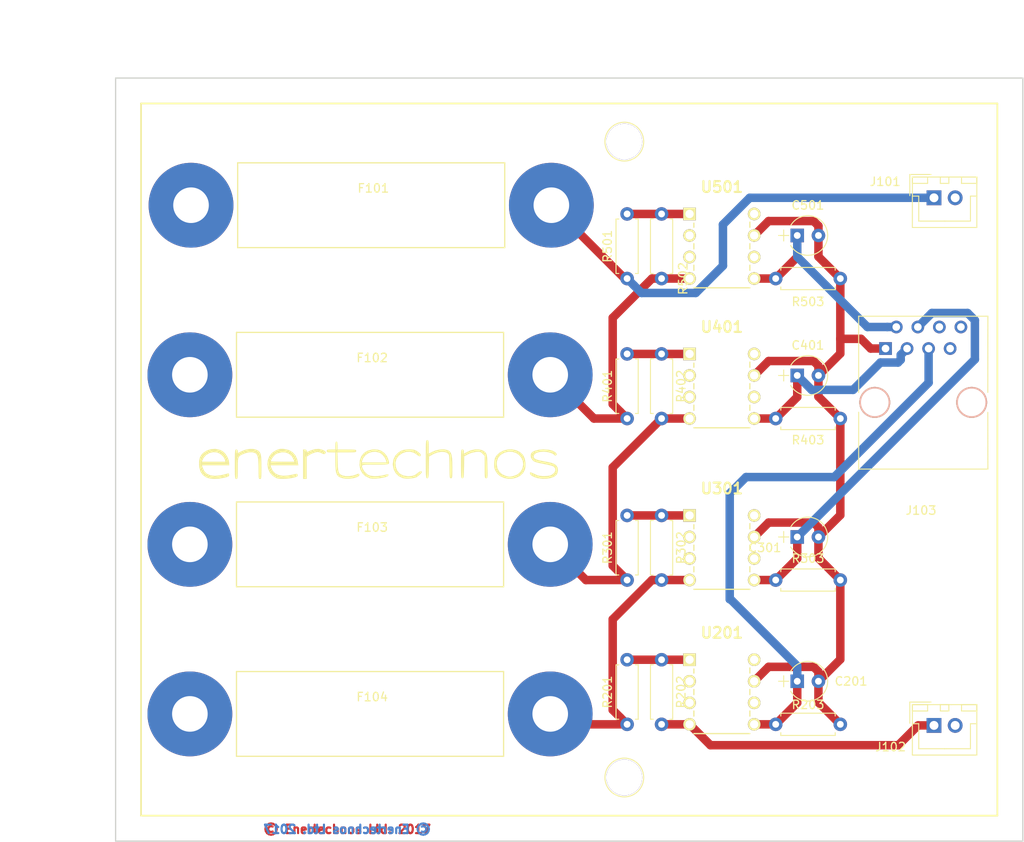
<source format=kicad_pcb>
(kicad_pcb (version 4) (host pcbnew 4.0.7)

  (general
    (links 45)
    (no_connects 0)
    (area 26.150001 91.3 147.075001 190.075001)
    (thickness 1.6)
    (drawings 16)
    (tracks 117)
    (zones 0)
    (modules 30)
    (nets 15)
  )

  (page A4)
  (title_block
    (title "Sub Fuse Board")
    (date 2018-02-09)
    (rev "Release 0.2")
    (company "Enertechnos Ltd.")
    (comment 1 "FOR APPROVAL")
  )

  (layers
    (0 F.Cu signal)
    (31 B.Cu signal)
    (32 B.Adhes user)
    (33 F.Adhes user)
    (34 B.Paste user)
    (35 F.Paste user)
    (36 B.SilkS user)
    (37 F.SilkS user)
    (38 B.Mask user)
    (39 F.Mask user)
    (40 Dwgs.User user)
    (41 Cmts.User user)
    (42 Eco1.User user)
    (43 Eco2.User user)
    (44 Edge.Cuts user)
    (45 Margin user)
    (46 B.CrtYd user)
    (47 F.CrtYd user)
    (48 B.Fab user)
    (49 F.Fab user)
  )

  (setup
    (last_trace_width 1)
    (trace_clearance 0.4)
    (zone_clearance 0.508)
    (zone_45_only no)
    (trace_min 0.2)
    (segment_width 0.2)
    (edge_width 0.15)
    (via_size 1.5)
    (via_drill 1)
    (via_min_size 0.4)
    (via_min_drill 0.3)
    (uvia_size 1)
    (uvia_drill 0.5)
    (uvias_allowed no)
    (uvia_min_size 0.2)
    (uvia_min_drill 0.1)
    (pcb_text_width 0.3)
    (pcb_text_size 1.5 1.5)
    (mod_edge_width 0.15)
    (mod_text_size 1 1)
    (mod_text_width 0.15)
    (pad_size 1.524 1.524)
    (pad_drill 0.762)
    (pad_to_mask_clearance 0.2)
    (aux_axis_origin 40 190)
    (visible_elements 7FFFEF7F)
    (pcbplotparams
      (layerselection 0x010e0_80000001)
      (usegerberextensions false)
      (excludeedgelayer true)
      (linewidth 0.100000)
      (plotframeref false)
      (viasonmask false)
      (mode 1)
      (useauxorigin false)
      (hpglpennumber 1)
      (hpglpenspeed 20)
      (hpglpendiameter 15)
      (hpglpenoverlay 2)
      (psnegative false)
      (psa4output false)
      (plotreference true)
      (plotvalue true)
      (plotinvisibletext false)
      (padsonsilk false)
      (subtractmaskfromsilk false)
      (outputformat 4)
      (mirror false)
      (drillshape 0)
      (scaleselection 1)
      (outputdirectory Plot/))
  )

  (net 0 "")
  (net 1 /VoltMeter1/+VE)
  (net 2 /VoltMeter2/+VE)
  (net 3 /VoltMeter3/+VE)
  (net 4 ARD_GND)
  (net 5 /VoltMeter4/+VE)
  (net 6 "Net-(R201-Pad2)")
  (net 7 "Net-(R301-Pad2)")
  (net 8 "Net-(R401-Pad2)")
  (net 9 "Net-(R501-Pad2)")
  (net 10 V5)
  (net 11 V7)
  (net 12 V8)
  (net 13 V6)
  (net 14 /VoltMeter4/-VE)

  (net_class Default "This is the default net class."
    (clearance 0.4)
    (trace_width 1)
    (via_dia 1.5)
    (via_drill 1)
    (uvia_dia 1)
    (uvia_drill 0.5)
    (add_net /VoltMeter1/+VE)
    (add_net /VoltMeter2/+VE)
    (add_net /VoltMeter3/+VE)
    (add_net /VoltMeter4/+VE)
    (add_net /VoltMeter4/-VE)
    (add_net ARD_GND)
    (add_net "Net-(R201-Pad2)")
    (add_net "Net-(R301-Pad2)")
    (add_net "Net-(R401-Pad2)")
    (add_net "Net-(R501-Pad2)")
    (add_net V5)
    (add_net V6)
    (add_net V7)
    (add_net V8)
  )

  (module PartsLibraries:MountingHole (layer F.Cu) (tedit 594AA37F) (tstamp 5A7D94F5)
    (at 100 182.5)
    (descr "module 1 pin (ou trou mecanique de percage)")
    (tags DEV)
    (fp_text reference "" (at 0 -3.048) (layer F.SilkS)
      (effects (font (size 1 1) (thickness 0.15)))
    )
    (fp_text value Mount (at 0 3) (layer F.Fab)
      (effects (font (size 1 1) (thickness 0.15)))
    )
    (fp_circle (center 0 0) (end 2 0.8) (layer F.Fab) (width 0.1))
    (fp_circle (center 0 0) (end 2.6 0) (layer F.CrtYd) (width 0.05))
    (fp_circle (center 0 0) (end 0 -2.286) (layer F.SilkS) (width 0.12))
    (pad 1 thru_hole circle (at 0 0) (size 4.2 4.2) (drill 4.2) (layers *.Cu *.Mask)
      (clearance 1))
  )

  (module PartsLibraries:MountingHole (layer F.Cu) (tedit 594AA37F) (tstamp 5A7D94EE)
    (at 100 107.5)
    (descr "module 1 pin (ou trou mecanique de percage)")
    (tags DEV)
    (fp_text reference "" (at 0 -3.048) (layer F.SilkS)
      (effects (font (size 1 1) (thickness 0.15)))
    )
    (fp_text value Mount (at 0 3) (layer F.Fab)
      (effects (font (size 1 1) (thickness 0.15)))
    )
    (fp_circle (center 0 0) (end 2 0.8) (layer F.Fab) (width 0.1))
    (fp_circle (center 0 0) (end 2.6 0) (layer F.CrtYd) (width 0.05))
    (fp_circle (center 0 0) (end 0 -2.286) (layer F.SilkS) (width 0.12))
    (pad 1 thru_hole circle (at 0 0) (size 4.2 4.2) (drill 4.2) (layers *.Cu *.Mask)
      (clearance 1))
  )

  (module Resistors_THT:R_Axial_DIN0207_L6.3mm_D2.5mm_P7.62mm_Horizontal placed (layer F.Cu) (tedit 5874F706) (tstamp 5A3003D9)
    (at 100.33 176.228 90)
    (descr "Resistor, Axial_DIN0207 series, Axial, Horizontal, pin pitch=7.62mm, 0.25W = 1/4W, length*diameter=6.3*2.5mm^2, http://cdn-reichelt.de/documents/datenblatt/B400/1_4W%23YAG.pdf")
    (tags "Resistor Axial_DIN0207 series Axial Horizontal pin pitch 7.62mm 0.25W = 1/4W length 6.3mm diameter 2.5mm")
    (path /59C4F642/5A2FE363)
    (fp_text reference R201 (at 3.81 -2.31 90) (layer F.SilkS)
      (effects (font (size 1 1) (thickness 0.15)))
    )
    (fp_text value 10K (at 3.81 2.31 90) (layer F.Fab)
      (effects (font (size 1 1) (thickness 0.15)))
    )
    (fp_line (start 0.66 -1.25) (end 0.66 1.25) (layer F.Fab) (width 0.1))
    (fp_line (start 0.66 1.25) (end 6.96 1.25) (layer F.Fab) (width 0.1))
    (fp_line (start 6.96 1.25) (end 6.96 -1.25) (layer F.Fab) (width 0.1))
    (fp_line (start 6.96 -1.25) (end 0.66 -1.25) (layer F.Fab) (width 0.1))
    (fp_line (start 0 0) (end 0.66 0) (layer F.Fab) (width 0.1))
    (fp_line (start 7.62 0) (end 6.96 0) (layer F.Fab) (width 0.1))
    (fp_line (start 0.6 -0.98) (end 0.6 -1.31) (layer F.SilkS) (width 0.12))
    (fp_line (start 0.6 -1.31) (end 7.02 -1.31) (layer F.SilkS) (width 0.12))
    (fp_line (start 7.02 -1.31) (end 7.02 -0.98) (layer F.SilkS) (width 0.12))
    (fp_line (start 0.6 0.98) (end 0.6 1.31) (layer F.SilkS) (width 0.12))
    (fp_line (start 0.6 1.31) (end 7.02 1.31) (layer F.SilkS) (width 0.12))
    (fp_line (start 7.02 1.31) (end 7.02 0.98) (layer F.SilkS) (width 0.12))
    (fp_line (start -1.05 -1.6) (end -1.05 1.6) (layer F.CrtYd) (width 0.05))
    (fp_line (start -1.05 1.6) (end 8.7 1.6) (layer F.CrtYd) (width 0.05))
    (fp_line (start 8.7 1.6) (end 8.7 -1.6) (layer F.CrtYd) (width 0.05))
    (fp_line (start 8.7 -1.6) (end -1.05 -1.6) (layer F.CrtYd) (width 0.05))
    (pad 1 thru_hole circle (at 0 0 90) (size 1.6 1.6) (drill 0.8) (layers *.Cu *.Mask)
      (net 5 /VoltMeter4/+VE))
    (pad 2 thru_hole oval (at 7.62 0 90) (size 1.6 1.6) (drill 0.8) (layers *.Cu *.Mask)
      (net 6 "Net-(R201-Pad2)"))
    (model ${KISYS3DMOD}/Resistors_THT.3dshapes/R_Axial_DIN0207_L6.3mm_D2.5mm_P7.62mm_Horizontal.wrl
      (at (xyz 0 0 0))
      (scale (xyz 0.393701 0.393701 0.393701))
      (rotate (xyz 0 0 0))
    )
  )

  (module Resistors_THT:R_Axial_DIN0207_L6.3mm_D2.5mm_P7.62mm_Horizontal placed (layer F.Cu) (tedit 5874F706) (tstamp 5A3003EF)
    (at 104.394 168.608 270)
    (descr "Resistor, Axial_DIN0207 series, Axial, Horizontal, pin pitch=7.62mm, 0.25W = 1/4W, length*diameter=6.3*2.5mm^2, http://cdn-reichelt.de/documents/datenblatt/B400/1_4W%23YAG.pdf")
    (tags "Resistor Axial_DIN0207 series Axial Horizontal pin pitch 7.62mm 0.25W = 1/4W length 6.3mm diameter 2.5mm")
    (path /59C4F642/59C4F970)
    (fp_text reference R202 (at 3.81 -2.31 270) (layer F.SilkS)
      (effects (font (size 1 1) (thickness 0.15)))
    )
    (fp_text value 10M (at 3.81 2.31 270) (layer F.Fab)
      (effects (font (size 1 1) (thickness 0.15)))
    )
    (fp_line (start 0.66 -1.25) (end 0.66 1.25) (layer F.Fab) (width 0.1))
    (fp_line (start 0.66 1.25) (end 6.96 1.25) (layer F.Fab) (width 0.1))
    (fp_line (start 6.96 1.25) (end 6.96 -1.25) (layer F.Fab) (width 0.1))
    (fp_line (start 6.96 -1.25) (end 0.66 -1.25) (layer F.Fab) (width 0.1))
    (fp_line (start 0 0) (end 0.66 0) (layer F.Fab) (width 0.1))
    (fp_line (start 7.62 0) (end 6.96 0) (layer F.Fab) (width 0.1))
    (fp_line (start 0.6 -0.98) (end 0.6 -1.31) (layer F.SilkS) (width 0.12))
    (fp_line (start 0.6 -1.31) (end 7.02 -1.31) (layer F.SilkS) (width 0.12))
    (fp_line (start 7.02 -1.31) (end 7.02 -0.98) (layer F.SilkS) (width 0.12))
    (fp_line (start 0.6 0.98) (end 0.6 1.31) (layer F.SilkS) (width 0.12))
    (fp_line (start 0.6 1.31) (end 7.02 1.31) (layer F.SilkS) (width 0.12))
    (fp_line (start 7.02 1.31) (end 7.02 0.98) (layer F.SilkS) (width 0.12))
    (fp_line (start -1.05 -1.6) (end -1.05 1.6) (layer F.CrtYd) (width 0.05))
    (fp_line (start -1.05 1.6) (end 8.7 1.6) (layer F.CrtYd) (width 0.05))
    (fp_line (start 8.7 1.6) (end 8.7 -1.6) (layer F.CrtYd) (width 0.05))
    (fp_line (start 8.7 -1.6) (end -1.05 -1.6) (layer F.CrtYd) (width 0.05))
    (pad 1 thru_hole circle (at 0 0 270) (size 1.6 1.6) (drill 0.8) (layers *.Cu *.Mask)
      (net 6 "Net-(R201-Pad2)"))
    (pad 2 thru_hole oval (at 7.62 0 270) (size 1.6 1.6) (drill 0.8) (layers *.Cu *.Mask)
      (net 14 /VoltMeter4/-VE))
    (model ${KISYS3DMOD}/Resistors_THT.3dshapes/R_Axial_DIN0207_L6.3mm_D2.5mm_P7.62mm_Horizontal.wrl
      (at (xyz 0 0 0))
      (scale (xyz 0.393701 0.393701 0.393701))
      (rotate (xyz 0 0 0))
    )
  )

  (module Resistors_THT:R_Axial_DIN0207_L6.3mm_D2.5mm_P7.62mm_Horizontal locked placed (layer F.Cu) (tedit 5874F706) (tstamp 5A300405)
    (at 100.33 159.21 90)
    (descr "Resistor, Axial_DIN0207 series, Axial, Horizontal, pin pitch=7.62mm, 0.25W = 1/4W, length*diameter=6.3*2.5mm^2, http://cdn-reichelt.de/documents/datenblatt/B400/1_4W%23YAG.pdf")
    (tags "Resistor Axial_DIN0207 series Axial Horizontal pin pitch 7.62mm 0.25W = 1/4W length 6.3mm diameter 2.5mm")
    (path /59C51A28/5A2FE363)
    (fp_text reference R301 (at 3.81 -2.31 90) (layer F.SilkS)
      (effects (font (size 1 1) (thickness 0.15)))
    )
    (fp_text value 10K (at 3.81 2.31 90) (layer F.Fab)
      (effects (font (size 1 1) (thickness 0.15)))
    )
    (fp_line (start 0.66 -1.25) (end 0.66 1.25) (layer F.Fab) (width 0.1))
    (fp_line (start 0.66 1.25) (end 6.96 1.25) (layer F.Fab) (width 0.1))
    (fp_line (start 6.96 1.25) (end 6.96 -1.25) (layer F.Fab) (width 0.1))
    (fp_line (start 6.96 -1.25) (end 0.66 -1.25) (layer F.Fab) (width 0.1))
    (fp_line (start 0 0) (end 0.66 0) (layer F.Fab) (width 0.1))
    (fp_line (start 7.62 0) (end 6.96 0) (layer F.Fab) (width 0.1))
    (fp_line (start 0.6 -0.98) (end 0.6 -1.31) (layer F.SilkS) (width 0.12))
    (fp_line (start 0.6 -1.31) (end 7.02 -1.31) (layer F.SilkS) (width 0.12))
    (fp_line (start 7.02 -1.31) (end 7.02 -0.98) (layer F.SilkS) (width 0.12))
    (fp_line (start 0.6 0.98) (end 0.6 1.31) (layer F.SilkS) (width 0.12))
    (fp_line (start 0.6 1.31) (end 7.02 1.31) (layer F.SilkS) (width 0.12))
    (fp_line (start 7.02 1.31) (end 7.02 0.98) (layer F.SilkS) (width 0.12))
    (fp_line (start -1.05 -1.6) (end -1.05 1.6) (layer F.CrtYd) (width 0.05))
    (fp_line (start -1.05 1.6) (end 8.7 1.6) (layer F.CrtYd) (width 0.05))
    (fp_line (start 8.7 1.6) (end 8.7 -1.6) (layer F.CrtYd) (width 0.05))
    (fp_line (start 8.7 -1.6) (end -1.05 -1.6) (layer F.CrtYd) (width 0.05))
    (pad 1 thru_hole circle (at 0 0 90) (size 1.6 1.6) (drill 0.8) (layers *.Cu *.Mask)
      (net 3 /VoltMeter3/+VE))
    (pad 2 thru_hole oval (at 7.62 0 90) (size 1.6 1.6) (drill 0.8) (layers *.Cu *.Mask)
      (net 7 "Net-(R301-Pad2)"))
    (model ${KISYS3DMOD}/Resistors_THT.3dshapes/R_Axial_DIN0207_L6.3mm_D2.5mm_P7.62mm_Horizontal.wrl
      (at (xyz 0 0 0))
      (scale (xyz 0.393701 0.393701 0.393701))
      (rotate (xyz 0 0 0))
    )
  )

  (module Resistors_THT:R_Axial_DIN0207_L6.3mm_D2.5mm_P7.62mm_Horizontal locked placed (layer F.Cu) (tedit 5874F706) (tstamp 5A30041B)
    (at 104.394 151.59 270)
    (descr "Resistor, Axial_DIN0207 series, Axial, Horizontal, pin pitch=7.62mm, 0.25W = 1/4W, length*diameter=6.3*2.5mm^2, http://cdn-reichelt.de/documents/datenblatt/B400/1_4W%23YAG.pdf")
    (tags "Resistor Axial_DIN0207 series Axial Horizontal pin pitch 7.62mm 0.25W = 1/4W length 6.3mm diameter 2.5mm")
    (path /59C51A28/59C4F970)
    (fp_text reference R302 (at 3.81 -2.31 270) (layer F.SilkS)
      (effects (font (size 1 1) (thickness 0.15)))
    )
    (fp_text value 10M (at 3.81 2.31 270) (layer F.Fab)
      (effects (font (size 1 1) (thickness 0.15)))
    )
    (fp_line (start 0.66 -1.25) (end 0.66 1.25) (layer F.Fab) (width 0.1))
    (fp_line (start 0.66 1.25) (end 6.96 1.25) (layer F.Fab) (width 0.1))
    (fp_line (start 6.96 1.25) (end 6.96 -1.25) (layer F.Fab) (width 0.1))
    (fp_line (start 6.96 -1.25) (end 0.66 -1.25) (layer F.Fab) (width 0.1))
    (fp_line (start 0 0) (end 0.66 0) (layer F.Fab) (width 0.1))
    (fp_line (start 7.62 0) (end 6.96 0) (layer F.Fab) (width 0.1))
    (fp_line (start 0.6 -0.98) (end 0.6 -1.31) (layer F.SilkS) (width 0.12))
    (fp_line (start 0.6 -1.31) (end 7.02 -1.31) (layer F.SilkS) (width 0.12))
    (fp_line (start 7.02 -1.31) (end 7.02 -0.98) (layer F.SilkS) (width 0.12))
    (fp_line (start 0.6 0.98) (end 0.6 1.31) (layer F.SilkS) (width 0.12))
    (fp_line (start 0.6 1.31) (end 7.02 1.31) (layer F.SilkS) (width 0.12))
    (fp_line (start 7.02 1.31) (end 7.02 0.98) (layer F.SilkS) (width 0.12))
    (fp_line (start -1.05 -1.6) (end -1.05 1.6) (layer F.CrtYd) (width 0.05))
    (fp_line (start -1.05 1.6) (end 8.7 1.6) (layer F.CrtYd) (width 0.05))
    (fp_line (start 8.7 1.6) (end 8.7 -1.6) (layer F.CrtYd) (width 0.05))
    (fp_line (start 8.7 -1.6) (end -1.05 -1.6) (layer F.CrtYd) (width 0.05))
    (pad 1 thru_hole circle (at 0 0 270) (size 1.6 1.6) (drill 0.8) (layers *.Cu *.Mask)
      (net 7 "Net-(R301-Pad2)"))
    (pad 2 thru_hole oval (at 7.62 0 270) (size 1.6 1.6) (drill 0.8) (layers *.Cu *.Mask)
      (net 5 /VoltMeter4/+VE))
    (model ${KISYS3DMOD}/Resistors_THT.3dshapes/R_Axial_DIN0207_L6.3mm_D2.5mm_P7.62mm_Horizontal.wrl
      (at (xyz 0 0 0))
      (scale (xyz 0.393701 0.393701 0.393701))
      (rotate (xyz 0 0 0))
    )
  )

  (module Resistors_THT:R_Axial_DIN0207_L6.3mm_D2.5mm_P7.62mm_Horizontal placed (layer F.Cu) (tedit 5874F706) (tstamp 5A300431)
    (at 100.33 140.16 90)
    (descr "Resistor, Axial_DIN0207 series, Axial, Horizontal, pin pitch=7.62mm, 0.25W = 1/4W, length*diameter=6.3*2.5mm^2, http://cdn-reichelt.de/documents/datenblatt/B400/1_4W%23YAG.pdf")
    (tags "Resistor Axial_DIN0207 series Axial Horizontal pin pitch 7.62mm 0.25W = 1/4W length 6.3mm diameter 2.5mm")
    (path /59C51FF6/5A2FE363)
    (fp_text reference R401 (at 3.81 -2.31 90) (layer F.SilkS)
      (effects (font (size 1 1) (thickness 0.15)))
    )
    (fp_text value 10K (at 3.81 2.31 90) (layer F.Fab)
      (effects (font (size 1 1) (thickness 0.15)))
    )
    (fp_line (start 0.66 -1.25) (end 0.66 1.25) (layer F.Fab) (width 0.1))
    (fp_line (start 0.66 1.25) (end 6.96 1.25) (layer F.Fab) (width 0.1))
    (fp_line (start 6.96 1.25) (end 6.96 -1.25) (layer F.Fab) (width 0.1))
    (fp_line (start 6.96 -1.25) (end 0.66 -1.25) (layer F.Fab) (width 0.1))
    (fp_line (start 0 0) (end 0.66 0) (layer F.Fab) (width 0.1))
    (fp_line (start 7.62 0) (end 6.96 0) (layer F.Fab) (width 0.1))
    (fp_line (start 0.6 -0.98) (end 0.6 -1.31) (layer F.SilkS) (width 0.12))
    (fp_line (start 0.6 -1.31) (end 7.02 -1.31) (layer F.SilkS) (width 0.12))
    (fp_line (start 7.02 -1.31) (end 7.02 -0.98) (layer F.SilkS) (width 0.12))
    (fp_line (start 0.6 0.98) (end 0.6 1.31) (layer F.SilkS) (width 0.12))
    (fp_line (start 0.6 1.31) (end 7.02 1.31) (layer F.SilkS) (width 0.12))
    (fp_line (start 7.02 1.31) (end 7.02 0.98) (layer F.SilkS) (width 0.12))
    (fp_line (start -1.05 -1.6) (end -1.05 1.6) (layer F.CrtYd) (width 0.05))
    (fp_line (start -1.05 1.6) (end 8.7 1.6) (layer F.CrtYd) (width 0.05))
    (fp_line (start 8.7 1.6) (end 8.7 -1.6) (layer F.CrtYd) (width 0.05))
    (fp_line (start 8.7 -1.6) (end -1.05 -1.6) (layer F.CrtYd) (width 0.05))
    (pad 1 thru_hole circle (at 0 0 90) (size 1.6 1.6) (drill 0.8) (layers *.Cu *.Mask)
      (net 2 /VoltMeter2/+VE))
    (pad 2 thru_hole oval (at 7.62 0 90) (size 1.6 1.6) (drill 0.8) (layers *.Cu *.Mask)
      (net 8 "Net-(R401-Pad2)"))
    (model ${KISYS3DMOD}/Resistors_THT.3dshapes/R_Axial_DIN0207_L6.3mm_D2.5mm_P7.62mm_Horizontal.wrl
      (at (xyz 0 0 0))
      (scale (xyz 0.393701 0.393701 0.393701))
      (rotate (xyz 0 0 0))
    )
  )

  (module Resistors_THT:R_Axial_DIN0207_L6.3mm_D2.5mm_P7.62mm_Horizontal placed (layer F.Cu) (tedit 5874F706) (tstamp 5A300447)
    (at 104.394 132.54 270)
    (descr "Resistor, Axial_DIN0207 series, Axial, Horizontal, pin pitch=7.62mm, 0.25W = 1/4W, length*diameter=6.3*2.5mm^2, http://cdn-reichelt.de/documents/datenblatt/B400/1_4W%23YAG.pdf")
    (tags "Resistor Axial_DIN0207 series Axial Horizontal pin pitch 7.62mm 0.25W = 1/4W length 6.3mm diameter 2.5mm")
    (path /59C51FF6/59C4F970)
    (fp_text reference R402 (at 3.81 -2.31 270) (layer F.SilkS)
      (effects (font (size 1 1) (thickness 0.15)))
    )
    (fp_text value 10M (at 3.81 2.31 270) (layer F.Fab)
      (effects (font (size 1 1) (thickness 0.15)))
    )
    (fp_line (start 0.66 -1.25) (end 0.66 1.25) (layer F.Fab) (width 0.1))
    (fp_line (start 0.66 1.25) (end 6.96 1.25) (layer F.Fab) (width 0.1))
    (fp_line (start 6.96 1.25) (end 6.96 -1.25) (layer F.Fab) (width 0.1))
    (fp_line (start 6.96 -1.25) (end 0.66 -1.25) (layer F.Fab) (width 0.1))
    (fp_line (start 0 0) (end 0.66 0) (layer F.Fab) (width 0.1))
    (fp_line (start 7.62 0) (end 6.96 0) (layer F.Fab) (width 0.1))
    (fp_line (start 0.6 -0.98) (end 0.6 -1.31) (layer F.SilkS) (width 0.12))
    (fp_line (start 0.6 -1.31) (end 7.02 -1.31) (layer F.SilkS) (width 0.12))
    (fp_line (start 7.02 -1.31) (end 7.02 -0.98) (layer F.SilkS) (width 0.12))
    (fp_line (start 0.6 0.98) (end 0.6 1.31) (layer F.SilkS) (width 0.12))
    (fp_line (start 0.6 1.31) (end 7.02 1.31) (layer F.SilkS) (width 0.12))
    (fp_line (start 7.02 1.31) (end 7.02 0.98) (layer F.SilkS) (width 0.12))
    (fp_line (start -1.05 -1.6) (end -1.05 1.6) (layer F.CrtYd) (width 0.05))
    (fp_line (start -1.05 1.6) (end 8.7 1.6) (layer F.CrtYd) (width 0.05))
    (fp_line (start 8.7 1.6) (end 8.7 -1.6) (layer F.CrtYd) (width 0.05))
    (fp_line (start 8.7 -1.6) (end -1.05 -1.6) (layer F.CrtYd) (width 0.05))
    (pad 1 thru_hole circle (at 0 0 270) (size 1.6 1.6) (drill 0.8) (layers *.Cu *.Mask)
      (net 8 "Net-(R401-Pad2)"))
    (pad 2 thru_hole oval (at 7.62 0 270) (size 1.6 1.6) (drill 0.8) (layers *.Cu *.Mask)
      (net 3 /VoltMeter3/+VE))
    (model ${KISYS3DMOD}/Resistors_THT.3dshapes/R_Axial_DIN0207_L6.3mm_D2.5mm_P7.62mm_Horizontal.wrl
      (at (xyz 0 0 0))
      (scale (xyz 0.393701 0.393701 0.393701))
      (rotate (xyz 0 0 0))
    )
  )

  (module Resistors_THT:R_Axial_DIN0207_L6.3mm_D2.5mm_P7.62mm_Horizontal placed (layer F.Cu) (tedit 5874F706) (tstamp 5A30045D)
    (at 100.33 123.65 90)
    (descr "Resistor, Axial_DIN0207 series, Axial, Horizontal, pin pitch=7.62mm, 0.25W = 1/4W, length*diameter=6.3*2.5mm^2, http://cdn-reichelt.de/documents/datenblatt/B400/1_4W%23YAG.pdf")
    (tags "Resistor Axial_DIN0207 series Axial Horizontal pin pitch 7.62mm 0.25W = 1/4W length 6.3mm diameter 2.5mm")
    (path /59C5216A/5A2FE363)
    (fp_text reference R501 (at 3.81 -2.31 90) (layer F.SilkS)
      (effects (font (size 1 1) (thickness 0.15)))
    )
    (fp_text value 10K (at 3.81 2.31 90) (layer F.Fab)
      (effects (font (size 1 1) (thickness 0.15)))
    )
    (fp_line (start 0.66 -1.25) (end 0.66 1.25) (layer F.Fab) (width 0.1))
    (fp_line (start 0.66 1.25) (end 6.96 1.25) (layer F.Fab) (width 0.1))
    (fp_line (start 6.96 1.25) (end 6.96 -1.25) (layer F.Fab) (width 0.1))
    (fp_line (start 6.96 -1.25) (end 0.66 -1.25) (layer F.Fab) (width 0.1))
    (fp_line (start 0 0) (end 0.66 0) (layer F.Fab) (width 0.1))
    (fp_line (start 7.62 0) (end 6.96 0) (layer F.Fab) (width 0.1))
    (fp_line (start 0.6 -0.98) (end 0.6 -1.31) (layer F.SilkS) (width 0.12))
    (fp_line (start 0.6 -1.31) (end 7.02 -1.31) (layer F.SilkS) (width 0.12))
    (fp_line (start 7.02 -1.31) (end 7.02 -0.98) (layer F.SilkS) (width 0.12))
    (fp_line (start 0.6 0.98) (end 0.6 1.31) (layer F.SilkS) (width 0.12))
    (fp_line (start 0.6 1.31) (end 7.02 1.31) (layer F.SilkS) (width 0.12))
    (fp_line (start 7.02 1.31) (end 7.02 0.98) (layer F.SilkS) (width 0.12))
    (fp_line (start -1.05 -1.6) (end -1.05 1.6) (layer F.CrtYd) (width 0.05))
    (fp_line (start -1.05 1.6) (end 8.7 1.6) (layer F.CrtYd) (width 0.05))
    (fp_line (start 8.7 1.6) (end 8.7 -1.6) (layer F.CrtYd) (width 0.05))
    (fp_line (start 8.7 -1.6) (end -1.05 -1.6) (layer F.CrtYd) (width 0.05))
    (pad 1 thru_hole circle (at 0 0 90) (size 1.6 1.6) (drill 0.8) (layers *.Cu *.Mask)
      (net 1 /VoltMeter1/+VE))
    (pad 2 thru_hole oval (at 7.62 0 90) (size 1.6 1.6) (drill 0.8) (layers *.Cu *.Mask)
      (net 9 "Net-(R501-Pad2)"))
    (model ${KISYS3DMOD}/Resistors_THT.3dshapes/R_Axial_DIN0207_L6.3mm_D2.5mm_P7.62mm_Horizontal.wrl
      (at (xyz 0 0 0))
      (scale (xyz 0.393701 0.393701 0.393701))
      (rotate (xyz 0 0 0))
    )
  )

  (module Resistors_THT:R_Axial_DIN0207_L6.3mm_D2.5mm_P7.62mm_Horizontal placed (layer F.Cu) (tedit 5874F706) (tstamp 5A300473)
    (at 104.394 116.03 270)
    (descr "Resistor, Axial_DIN0207 series, Axial, Horizontal, pin pitch=7.62mm, 0.25W = 1/4W, length*diameter=6.3*2.5mm^2, http://cdn-reichelt.de/documents/datenblatt/B400/1_4W%23YAG.pdf")
    (tags "Resistor Axial_DIN0207 series Axial Horizontal pin pitch 7.62mm 0.25W = 1/4W length 6.3mm diameter 2.5mm")
    (path /59C5216A/59C4F970)
    (fp_text reference R502 (at 7.62 -2.54 270) (layer F.SilkS)
      (effects (font (size 1 1) (thickness 0.15)))
    )
    (fp_text value 10M (at 3.81 2.31 270) (layer F.Fab)
      (effects (font (size 1 1) (thickness 0.15)))
    )
    (fp_line (start 0.66 -1.25) (end 0.66 1.25) (layer F.Fab) (width 0.1))
    (fp_line (start 0.66 1.25) (end 6.96 1.25) (layer F.Fab) (width 0.1))
    (fp_line (start 6.96 1.25) (end 6.96 -1.25) (layer F.Fab) (width 0.1))
    (fp_line (start 6.96 -1.25) (end 0.66 -1.25) (layer F.Fab) (width 0.1))
    (fp_line (start 0 0) (end 0.66 0) (layer F.Fab) (width 0.1))
    (fp_line (start 7.62 0) (end 6.96 0) (layer F.Fab) (width 0.1))
    (fp_line (start 0.6 -0.98) (end 0.6 -1.31) (layer F.SilkS) (width 0.12))
    (fp_line (start 0.6 -1.31) (end 7.02 -1.31) (layer F.SilkS) (width 0.12))
    (fp_line (start 7.02 -1.31) (end 7.02 -0.98) (layer F.SilkS) (width 0.12))
    (fp_line (start 0.6 0.98) (end 0.6 1.31) (layer F.SilkS) (width 0.12))
    (fp_line (start 0.6 1.31) (end 7.02 1.31) (layer F.SilkS) (width 0.12))
    (fp_line (start 7.02 1.31) (end 7.02 0.98) (layer F.SilkS) (width 0.12))
    (fp_line (start -1.05 -1.6) (end -1.05 1.6) (layer F.CrtYd) (width 0.05))
    (fp_line (start -1.05 1.6) (end 8.7 1.6) (layer F.CrtYd) (width 0.05))
    (fp_line (start 8.7 1.6) (end 8.7 -1.6) (layer F.CrtYd) (width 0.05))
    (fp_line (start 8.7 -1.6) (end -1.05 -1.6) (layer F.CrtYd) (width 0.05))
    (pad 1 thru_hole circle (at 0 0 270) (size 1.6 1.6) (drill 0.8) (layers *.Cu *.Mask)
      (net 9 "Net-(R501-Pad2)"))
    (pad 2 thru_hole oval (at 7.62 0 270) (size 1.6 1.6) (drill 0.8) (layers *.Cu *.Mask)
      (net 2 /VoltMeter2/+VE))
    (model ${KISYS3DMOD}/Resistors_THT.3dshapes/R_Axial_DIN0207_L6.3mm_D2.5mm_P7.62mm_Horizontal.wrl
      (at (xyz 0 0 0))
      (scale (xyz 0.393701 0.393701 0.393701))
      (rotate (xyz 0 0 0))
    )
  )

  (module Capacitors_THT:CP_Radial_Tantal_D4.5mm_P2.50mm (layer F.Cu) (tedit 597C781B) (tstamp 5A4D156D)
    (at 120.396 171.148)
    (descr "CP, Radial_Tantal series, Radial, pin pitch=2.50mm, , diameter=4.5mm, Tantal Electrolytic Capacitor, http://cdn-reichelt.de/documents/datenblatt/B300/TANTAL-TB-Serie%23.pdf")
    (tags "CP Radial_Tantal series Radial pin pitch 2.50mm  diameter 4.5mm Tantal Electrolytic Capacitor")
    (path /59C4F642/5A3A7FE3)
    (fp_text reference C201 (at 6.35 0) (layer F.SilkS)
      (effects (font (size 1 1) (thickness 0.15)))
    )
    (fp_text value C (at 1.25 3.56) (layer F.Fab)
      (effects (font (size 1 1) (thickness 0.15)))
    )
    (fp_arc (start 1.25 0) (end -0.770693 -1.18) (angle 119.4) (layer F.SilkS) (width 0.12))
    (fp_arc (start 1.25 0) (end -0.770693 1.18) (angle -119.4) (layer F.SilkS) (width 0.12))
    (fp_arc (start 1.25 0) (end 3.270693 -1.18) (angle 60.6) (layer F.SilkS) (width 0.12))
    (fp_circle (center 1.25 0) (end 3.5 0) (layer F.Fab) (width 0.1))
    (fp_line (start -2.2 0) (end -1 0) (layer F.Fab) (width 0.1))
    (fp_line (start -1.6 -0.65) (end -1.6 0.65) (layer F.Fab) (width 0.1))
    (fp_line (start -2.2 0) (end -1 0) (layer F.SilkS) (width 0.12))
    (fp_line (start -1.6 -0.65) (end -1.6 0.65) (layer F.SilkS) (width 0.12))
    (fp_line (start -1.35 -2.6) (end -1.35 2.6) (layer F.CrtYd) (width 0.05))
    (fp_line (start -1.35 2.6) (end 3.85 2.6) (layer F.CrtYd) (width 0.05))
    (fp_line (start 3.85 2.6) (end 3.85 -2.6) (layer F.CrtYd) (width 0.05))
    (fp_line (start 3.85 -2.6) (end -1.35 -2.6) (layer F.CrtYd) (width 0.05))
    (fp_text user %R (at 1.25 0) (layer F.Fab)
      (effects (font (size 1 1) (thickness 0.15)))
    )
    (pad 1 thru_hole rect (at 0 0) (size 1.6 1.6) (drill 0.8) (layers *.Cu *.Mask)
      (net 12 V8))
    (pad 2 thru_hole circle (at 2.5 0) (size 1.6 1.6) (drill 0.8) (layers *.Cu *.Mask)
      (net 4 ARD_GND))
    (model ${KISYS3DMOD}/Capacitors_THT.3dshapes/CP_Radial_Tantal_D4.5mm_P2.50mm.wrl
      (at (xyz 0 0 0))
      (scale (xyz 1 1 1))
      (rotate (xyz 0 0 0))
    )
  )

  (module Capacitors_THT:CP_Radial_Tantal_D4.5mm_P2.50mm (layer F.Cu) (tedit 597C781B) (tstamp 5A4D1580)
    (at 120.396 154.13)
    (descr "CP, Radial_Tantal series, Radial, pin pitch=2.50mm, , diameter=4.5mm, Tantal Electrolytic Capacitor, http://cdn-reichelt.de/documents/datenblatt/B300/TANTAL-TB-Serie%23.pdf")
    (tags "CP Radial_Tantal series Radial pin pitch 2.50mm  diameter 4.5mm Tantal Electrolytic Capacitor")
    (path /59C51A28/5A3A7FE3)
    (fp_text reference C301 (at -3.81 1.27) (layer F.SilkS)
      (effects (font (size 1 1) (thickness 0.15)))
    )
    (fp_text value C (at 1.25 3.56) (layer F.Fab)
      (effects (font (size 1 1) (thickness 0.15)))
    )
    (fp_arc (start 1.25 0) (end -0.770693 -1.18) (angle 119.4) (layer F.SilkS) (width 0.12))
    (fp_arc (start 1.25 0) (end -0.770693 1.18) (angle -119.4) (layer F.SilkS) (width 0.12))
    (fp_arc (start 1.25 0) (end 3.270693 -1.18) (angle 60.6) (layer F.SilkS) (width 0.12))
    (fp_circle (center 1.25 0) (end 3.5 0) (layer F.Fab) (width 0.1))
    (fp_line (start -2.2 0) (end -1 0) (layer F.Fab) (width 0.1))
    (fp_line (start -1.6 -0.65) (end -1.6 0.65) (layer F.Fab) (width 0.1))
    (fp_line (start -2.2 0) (end -1 0) (layer F.SilkS) (width 0.12))
    (fp_line (start -1.6 -0.65) (end -1.6 0.65) (layer F.SilkS) (width 0.12))
    (fp_line (start -1.35 -2.6) (end -1.35 2.6) (layer F.CrtYd) (width 0.05))
    (fp_line (start -1.35 2.6) (end 3.85 2.6) (layer F.CrtYd) (width 0.05))
    (fp_line (start 3.85 2.6) (end 3.85 -2.6) (layer F.CrtYd) (width 0.05))
    (fp_line (start 3.85 -2.6) (end -1.35 -2.6) (layer F.CrtYd) (width 0.05))
    (fp_text user %R (at 1.25 0) (layer F.Fab)
      (effects (font (size 1 1) (thickness 0.15)))
    )
    (pad 1 thru_hole rect (at 0 0) (size 1.6 1.6) (drill 0.8) (layers *.Cu *.Mask)
      (net 11 V7))
    (pad 2 thru_hole circle (at 2.5 0) (size 1.6 1.6) (drill 0.8) (layers *.Cu *.Mask)
      (net 4 ARD_GND))
    (model ${KISYS3DMOD}/Capacitors_THT.3dshapes/CP_Radial_Tantal_D4.5mm_P2.50mm.wrl
      (at (xyz 0 0 0))
      (scale (xyz 1 1 1))
      (rotate (xyz 0 0 0))
    )
  )

  (module Capacitors_THT:CP_Radial_Tantal_D4.5mm_P2.50mm (layer F.Cu) (tedit 597C781B) (tstamp 5A4D1593)
    (at 120.396 135.08)
    (descr "CP, Radial_Tantal series, Radial, pin pitch=2.50mm, , diameter=4.5mm, Tantal Electrolytic Capacitor, http://cdn-reichelt.de/documents/datenblatt/B300/TANTAL-TB-Serie%23.pdf")
    (tags "CP Radial_Tantal series Radial pin pitch 2.50mm  diameter 4.5mm Tantal Electrolytic Capacitor")
    (path /59C51FF6/5A3A7FE3)
    (fp_text reference C401 (at 1.25 -3.56) (layer F.SilkS)
      (effects (font (size 1 1) (thickness 0.15)))
    )
    (fp_text value C (at 1.25 3.56) (layer F.Fab)
      (effects (font (size 1 1) (thickness 0.15)))
    )
    (fp_arc (start 1.25 0) (end -0.770693 -1.18) (angle 119.4) (layer F.SilkS) (width 0.12))
    (fp_arc (start 1.25 0) (end -0.770693 1.18) (angle -119.4) (layer F.SilkS) (width 0.12))
    (fp_arc (start 1.25 0) (end 3.270693 -1.18) (angle 60.6) (layer F.SilkS) (width 0.12))
    (fp_circle (center 1.25 0) (end 3.5 0) (layer F.Fab) (width 0.1))
    (fp_line (start -2.2 0) (end -1 0) (layer F.Fab) (width 0.1))
    (fp_line (start -1.6 -0.65) (end -1.6 0.65) (layer F.Fab) (width 0.1))
    (fp_line (start -2.2 0) (end -1 0) (layer F.SilkS) (width 0.12))
    (fp_line (start -1.6 -0.65) (end -1.6 0.65) (layer F.SilkS) (width 0.12))
    (fp_line (start -1.35 -2.6) (end -1.35 2.6) (layer F.CrtYd) (width 0.05))
    (fp_line (start -1.35 2.6) (end 3.85 2.6) (layer F.CrtYd) (width 0.05))
    (fp_line (start 3.85 2.6) (end 3.85 -2.6) (layer F.CrtYd) (width 0.05))
    (fp_line (start 3.85 -2.6) (end -1.35 -2.6) (layer F.CrtYd) (width 0.05))
    (fp_text user %R (at 1.25 0) (layer F.Fab)
      (effects (font (size 1 1) (thickness 0.15)))
    )
    (pad 1 thru_hole rect (at 0 0) (size 1.6 1.6) (drill 0.8) (layers *.Cu *.Mask)
      (net 13 V6))
    (pad 2 thru_hole circle (at 2.5 0) (size 1.6 1.6) (drill 0.8) (layers *.Cu *.Mask)
      (net 4 ARD_GND))
    (model ${KISYS3DMOD}/Capacitors_THT.3dshapes/CP_Radial_Tantal_D4.5mm_P2.50mm.wrl
      (at (xyz 0 0 0))
      (scale (xyz 1 1 1))
      (rotate (xyz 0 0 0))
    )
  )

  (module Capacitors_THT:CP_Radial_Tantal_D4.5mm_P2.50mm (layer F.Cu) (tedit 597C781B) (tstamp 5A4D15A6)
    (at 120.396 118.57)
    (descr "CP, Radial_Tantal series, Radial, pin pitch=2.50mm, , diameter=4.5mm, Tantal Electrolytic Capacitor, http://cdn-reichelt.de/documents/datenblatt/B300/TANTAL-TB-Serie%23.pdf")
    (tags "CP Radial_Tantal series Radial pin pitch 2.50mm  diameter 4.5mm Tantal Electrolytic Capacitor")
    (path /59C5216A/5A3A7FE3)
    (fp_text reference C501 (at 1.25 -3.56) (layer F.SilkS)
      (effects (font (size 1 1) (thickness 0.15)))
    )
    (fp_text value C (at 1.25 3.56) (layer F.Fab)
      (effects (font (size 1 1) (thickness 0.15)))
    )
    (fp_arc (start 1.25 0) (end -0.770693 -1.18) (angle 119.4) (layer F.SilkS) (width 0.12))
    (fp_arc (start 1.25 0) (end -0.770693 1.18) (angle -119.4) (layer F.SilkS) (width 0.12))
    (fp_arc (start 1.25 0) (end 3.270693 -1.18) (angle 60.6) (layer F.SilkS) (width 0.12))
    (fp_circle (center 1.25 0) (end 3.5 0) (layer F.Fab) (width 0.1))
    (fp_line (start -2.2 0) (end -1 0) (layer F.Fab) (width 0.1))
    (fp_line (start -1.6 -0.65) (end -1.6 0.65) (layer F.Fab) (width 0.1))
    (fp_line (start -2.2 0) (end -1 0) (layer F.SilkS) (width 0.12))
    (fp_line (start -1.6 -0.65) (end -1.6 0.65) (layer F.SilkS) (width 0.12))
    (fp_line (start -1.35 -2.6) (end -1.35 2.6) (layer F.CrtYd) (width 0.05))
    (fp_line (start -1.35 2.6) (end 3.85 2.6) (layer F.CrtYd) (width 0.05))
    (fp_line (start 3.85 2.6) (end 3.85 -2.6) (layer F.CrtYd) (width 0.05))
    (fp_line (start 3.85 -2.6) (end -1.35 -2.6) (layer F.CrtYd) (width 0.05))
    (fp_text user %R (at 1.25 0) (layer F.Fab)
      (effects (font (size 1 1) (thickness 0.15)))
    )
    (pad 1 thru_hole rect (at 0 0) (size 1.6 1.6) (drill 0.8) (layers *.Cu *.Mask)
      (net 10 V5))
    (pad 2 thru_hole circle (at 2.5 0) (size 1.6 1.6) (drill 0.8) (layers *.Cu *.Mask)
      (net 4 ARD_GND))
    (model ${KISYS3DMOD}/Capacitors_THT.3dshapes/CP_Radial_Tantal_D4.5mm_P2.50mm.wrl
      (at (xyz 0 0 0))
      (scale (xyz 1 1 1))
      (rotate (xyz 0 0 0))
    )
  )

  (module Connectors_JST:JST_XH_B02B-XH-A_02x2.50mm_Straight (layer F.Cu) (tedit 58EAE7F0) (tstamp 5A4D161B)
    (at 136.525 114.125)
    (descr "JST XH series connector, B02B-XH-A, top entry type, through hole")
    (tags "connector jst xh tht top vertical 2.50mm")
    (path /5A4D601D)
    (fp_text reference J101 (at -5.755 -1.905) (layer F.SilkS)
      (effects (font (size 1 1) (thickness 0.15)))
    )
    (fp_text value FB_IN (at 1.25 4.5) (layer F.Fab)
      (effects (font (size 1 1) (thickness 0.15)))
    )
    (fp_line (start -2.45 -2.35) (end -2.45 3.4) (layer F.Fab) (width 0.1))
    (fp_line (start -2.45 3.4) (end 4.95 3.4) (layer F.Fab) (width 0.1))
    (fp_line (start 4.95 3.4) (end 4.95 -2.35) (layer F.Fab) (width 0.1))
    (fp_line (start 4.95 -2.35) (end -2.45 -2.35) (layer F.Fab) (width 0.1))
    (fp_line (start -2.95 -2.85) (end -2.95 3.9) (layer F.CrtYd) (width 0.05))
    (fp_line (start -2.95 3.9) (end 5.45 3.9) (layer F.CrtYd) (width 0.05))
    (fp_line (start 5.45 3.9) (end 5.45 -2.85) (layer F.CrtYd) (width 0.05))
    (fp_line (start 5.45 -2.85) (end -2.95 -2.85) (layer F.CrtYd) (width 0.05))
    (fp_line (start -2.55 -2.45) (end -2.55 3.5) (layer F.SilkS) (width 0.12))
    (fp_line (start -2.55 3.5) (end 5.05 3.5) (layer F.SilkS) (width 0.12))
    (fp_line (start 5.05 3.5) (end 5.05 -2.45) (layer F.SilkS) (width 0.12))
    (fp_line (start 5.05 -2.45) (end -2.55 -2.45) (layer F.SilkS) (width 0.12))
    (fp_line (start 0.75 -2.45) (end 0.75 -1.7) (layer F.SilkS) (width 0.12))
    (fp_line (start 0.75 -1.7) (end 1.75 -1.7) (layer F.SilkS) (width 0.12))
    (fp_line (start 1.75 -1.7) (end 1.75 -2.45) (layer F.SilkS) (width 0.12))
    (fp_line (start 1.75 -2.45) (end 0.75 -2.45) (layer F.SilkS) (width 0.12))
    (fp_line (start -2.55 -2.45) (end -2.55 -1.7) (layer F.SilkS) (width 0.12))
    (fp_line (start -2.55 -1.7) (end -0.75 -1.7) (layer F.SilkS) (width 0.12))
    (fp_line (start -0.75 -1.7) (end -0.75 -2.45) (layer F.SilkS) (width 0.12))
    (fp_line (start -0.75 -2.45) (end -2.55 -2.45) (layer F.SilkS) (width 0.12))
    (fp_line (start 3.25 -2.45) (end 3.25 -1.7) (layer F.SilkS) (width 0.12))
    (fp_line (start 3.25 -1.7) (end 5.05 -1.7) (layer F.SilkS) (width 0.12))
    (fp_line (start 5.05 -1.7) (end 5.05 -2.45) (layer F.SilkS) (width 0.12))
    (fp_line (start 5.05 -2.45) (end 3.25 -2.45) (layer F.SilkS) (width 0.12))
    (fp_line (start -2.55 -0.2) (end -1.8 -0.2) (layer F.SilkS) (width 0.12))
    (fp_line (start -1.8 -0.2) (end -1.8 2.75) (layer F.SilkS) (width 0.12))
    (fp_line (start -1.8 2.75) (end 1.25 2.75) (layer F.SilkS) (width 0.12))
    (fp_line (start 5.05 -0.2) (end 4.3 -0.2) (layer F.SilkS) (width 0.12))
    (fp_line (start 4.3 -0.2) (end 4.3 2.75) (layer F.SilkS) (width 0.12))
    (fp_line (start 4.3 2.75) (end 1.25 2.75) (layer F.SilkS) (width 0.12))
    (fp_line (start -0.35 -2.75) (end -2.85 -2.75) (layer F.SilkS) (width 0.12))
    (fp_line (start -2.85 -2.75) (end -2.85 -0.25) (layer F.SilkS) (width 0.12))
    (fp_line (start -0.35 -2.75) (end -2.85 -2.75) (layer F.Fab) (width 0.1))
    (fp_line (start -2.85 -2.75) (end -2.85 -0.25) (layer F.Fab) (width 0.1))
    (fp_text user %R (at 1.25 2.5) (layer F.Fab)
      (effects (font (size 1 1) (thickness 0.15)))
    )
    (pad 1 thru_hole rect (at 0 0) (size 1.75 1.75) (drill 1.05) (layers *.Cu *.Mask)
      (net 1 /VoltMeter1/+VE))
    (pad 2 thru_hole circle (at 2.5 0) (size 1.75 1.75) (drill 1.05) (layers *.Cu *.Mask))
    (model Connectors_JST.3dshapes/JST_XH_B02B-XH-A_02x2.50mm_Straight.wrl
      (at (xyz 0 0 0))
      (scale (xyz 1 1 1))
      (rotate (xyz 0 0 0))
    )
  )

  (module Resistors_THT:R_Axial_DIN0207_L6.3mm_D2.5mm_P7.62mm_Horizontal (layer F.Cu) (tedit 5874F706) (tstamp 5A4D1631)
    (at 117.856 176.228)
    (descr "Resistor, Axial_DIN0207 series, Axial, Horizontal, pin pitch=7.62mm, 0.25W = 1/4W, length*diameter=6.3*2.5mm^2, http://cdn-reichelt.de/documents/datenblatt/B400/1_4W%23YAG.pdf")
    (tags "Resistor Axial_DIN0207 series Axial Horizontal pin pitch 7.62mm 0.25W = 1/4W length 6.3mm diameter 2.5mm")
    (path /59C4F642/5A3A8016)
    (fp_text reference R203 (at 3.81 -2.31) (layer F.SilkS)
      (effects (font (size 1 1) (thickness 0.15)))
    )
    (fp_text value R (at 3.81 2.31) (layer F.Fab)
      (effects (font (size 1 1) (thickness 0.15)))
    )
    (fp_line (start 0.66 -1.25) (end 0.66 1.25) (layer F.Fab) (width 0.1))
    (fp_line (start 0.66 1.25) (end 6.96 1.25) (layer F.Fab) (width 0.1))
    (fp_line (start 6.96 1.25) (end 6.96 -1.25) (layer F.Fab) (width 0.1))
    (fp_line (start 6.96 -1.25) (end 0.66 -1.25) (layer F.Fab) (width 0.1))
    (fp_line (start 0 0) (end 0.66 0) (layer F.Fab) (width 0.1))
    (fp_line (start 7.62 0) (end 6.96 0) (layer F.Fab) (width 0.1))
    (fp_line (start 0.6 -0.98) (end 0.6 -1.31) (layer F.SilkS) (width 0.12))
    (fp_line (start 0.6 -1.31) (end 7.02 -1.31) (layer F.SilkS) (width 0.12))
    (fp_line (start 7.02 -1.31) (end 7.02 -0.98) (layer F.SilkS) (width 0.12))
    (fp_line (start 0.6 0.98) (end 0.6 1.31) (layer F.SilkS) (width 0.12))
    (fp_line (start 0.6 1.31) (end 7.02 1.31) (layer F.SilkS) (width 0.12))
    (fp_line (start 7.02 1.31) (end 7.02 0.98) (layer F.SilkS) (width 0.12))
    (fp_line (start -1.05 -1.6) (end -1.05 1.6) (layer F.CrtYd) (width 0.05))
    (fp_line (start -1.05 1.6) (end 8.7 1.6) (layer F.CrtYd) (width 0.05))
    (fp_line (start 8.7 1.6) (end 8.7 -1.6) (layer F.CrtYd) (width 0.05))
    (fp_line (start 8.7 -1.6) (end -1.05 -1.6) (layer F.CrtYd) (width 0.05))
    (pad 1 thru_hole circle (at 0 0) (size 1.6 1.6) (drill 0.8) (layers *.Cu *.Mask)
      (net 12 V8))
    (pad 2 thru_hole oval (at 7.62 0) (size 1.6 1.6) (drill 0.8) (layers *.Cu *.Mask)
      (net 4 ARD_GND))
    (model ${KISYS3DMOD}/Resistors_THT.3dshapes/R_Axial_DIN0207_L6.3mm_D2.5mm_P7.62mm_Horizontal.wrl
      (at (xyz 0 0 0))
      (scale (xyz 0.393701 0.393701 0.393701))
      (rotate (xyz 0 0 0))
    )
  )

  (module Resistors_THT:R_Axial_DIN0207_L6.3mm_D2.5mm_P7.62mm_Horizontal (layer F.Cu) (tedit 5874F706) (tstamp 5A4D1647)
    (at 117.856 159.21)
    (descr "Resistor, Axial_DIN0207 series, Axial, Horizontal, pin pitch=7.62mm, 0.25W = 1/4W, length*diameter=6.3*2.5mm^2, http://cdn-reichelt.de/documents/datenblatt/B400/1_4W%23YAG.pdf")
    (tags "Resistor Axial_DIN0207 series Axial Horizontal pin pitch 7.62mm 0.25W = 1/4W length 6.3mm diameter 2.5mm")
    (path /59C51A28/5A3A8016)
    (fp_text reference R303 (at 3.81 -2.54) (layer F.SilkS)
      (effects (font (size 1 1) (thickness 0.15)))
    )
    (fp_text value R (at 3.81 2.31) (layer F.Fab)
      (effects (font (size 1 1) (thickness 0.15)))
    )
    (fp_line (start 0.66 -1.25) (end 0.66 1.25) (layer F.Fab) (width 0.1))
    (fp_line (start 0.66 1.25) (end 6.96 1.25) (layer F.Fab) (width 0.1))
    (fp_line (start 6.96 1.25) (end 6.96 -1.25) (layer F.Fab) (width 0.1))
    (fp_line (start 6.96 -1.25) (end 0.66 -1.25) (layer F.Fab) (width 0.1))
    (fp_line (start 0 0) (end 0.66 0) (layer F.Fab) (width 0.1))
    (fp_line (start 7.62 0) (end 6.96 0) (layer F.Fab) (width 0.1))
    (fp_line (start 0.6 -0.98) (end 0.6 -1.31) (layer F.SilkS) (width 0.12))
    (fp_line (start 0.6 -1.31) (end 7.02 -1.31) (layer F.SilkS) (width 0.12))
    (fp_line (start 7.02 -1.31) (end 7.02 -0.98) (layer F.SilkS) (width 0.12))
    (fp_line (start 0.6 0.98) (end 0.6 1.31) (layer F.SilkS) (width 0.12))
    (fp_line (start 0.6 1.31) (end 7.02 1.31) (layer F.SilkS) (width 0.12))
    (fp_line (start 7.02 1.31) (end 7.02 0.98) (layer F.SilkS) (width 0.12))
    (fp_line (start -1.05 -1.6) (end -1.05 1.6) (layer F.CrtYd) (width 0.05))
    (fp_line (start -1.05 1.6) (end 8.7 1.6) (layer F.CrtYd) (width 0.05))
    (fp_line (start 8.7 1.6) (end 8.7 -1.6) (layer F.CrtYd) (width 0.05))
    (fp_line (start 8.7 -1.6) (end -1.05 -1.6) (layer F.CrtYd) (width 0.05))
    (pad 1 thru_hole circle (at 0 0) (size 1.6 1.6) (drill 0.8) (layers *.Cu *.Mask)
      (net 11 V7))
    (pad 2 thru_hole oval (at 7.62 0) (size 1.6 1.6) (drill 0.8) (layers *.Cu *.Mask)
      (net 4 ARD_GND))
    (model ${KISYS3DMOD}/Resistors_THT.3dshapes/R_Axial_DIN0207_L6.3mm_D2.5mm_P7.62mm_Horizontal.wrl
      (at (xyz 0 0 0))
      (scale (xyz 0.393701 0.393701 0.393701))
      (rotate (xyz 0 0 0))
    )
  )

  (module Resistors_THT:R_Axial_DIN0207_L6.3mm_D2.5mm_P7.62mm_Horizontal (layer F.Cu) (tedit 5874F706) (tstamp 5A4D165D)
    (at 117.856 140.16)
    (descr "Resistor, Axial_DIN0207 series, Axial, Horizontal, pin pitch=7.62mm, 0.25W = 1/4W, length*diameter=6.3*2.5mm^2, http://cdn-reichelt.de/documents/datenblatt/B400/1_4W%23YAG.pdf")
    (tags "Resistor Axial_DIN0207 series Axial Horizontal pin pitch 7.62mm 0.25W = 1/4W length 6.3mm diameter 2.5mm")
    (path /59C51FF6/5A3A8016)
    (fp_text reference R403 (at 3.81 2.54) (layer F.SilkS)
      (effects (font (size 1 1) (thickness 0.15)))
    )
    (fp_text value R (at 3.81 2.31) (layer F.Fab)
      (effects (font (size 1 1) (thickness 0.15)))
    )
    (fp_line (start 0.66 -1.25) (end 0.66 1.25) (layer F.Fab) (width 0.1))
    (fp_line (start 0.66 1.25) (end 6.96 1.25) (layer F.Fab) (width 0.1))
    (fp_line (start 6.96 1.25) (end 6.96 -1.25) (layer F.Fab) (width 0.1))
    (fp_line (start 6.96 -1.25) (end 0.66 -1.25) (layer F.Fab) (width 0.1))
    (fp_line (start 0 0) (end 0.66 0) (layer F.Fab) (width 0.1))
    (fp_line (start 7.62 0) (end 6.96 0) (layer F.Fab) (width 0.1))
    (fp_line (start 0.6 -0.98) (end 0.6 -1.31) (layer F.SilkS) (width 0.12))
    (fp_line (start 0.6 -1.31) (end 7.02 -1.31) (layer F.SilkS) (width 0.12))
    (fp_line (start 7.02 -1.31) (end 7.02 -0.98) (layer F.SilkS) (width 0.12))
    (fp_line (start 0.6 0.98) (end 0.6 1.31) (layer F.SilkS) (width 0.12))
    (fp_line (start 0.6 1.31) (end 7.02 1.31) (layer F.SilkS) (width 0.12))
    (fp_line (start 7.02 1.31) (end 7.02 0.98) (layer F.SilkS) (width 0.12))
    (fp_line (start -1.05 -1.6) (end -1.05 1.6) (layer F.CrtYd) (width 0.05))
    (fp_line (start -1.05 1.6) (end 8.7 1.6) (layer F.CrtYd) (width 0.05))
    (fp_line (start 8.7 1.6) (end 8.7 -1.6) (layer F.CrtYd) (width 0.05))
    (fp_line (start 8.7 -1.6) (end -1.05 -1.6) (layer F.CrtYd) (width 0.05))
    (pad 1 thru_hole circle (at 0 0) (size 1.6 1.6) (drill 0.8) (layers *.Cu *.Mask)
      (net 13 V6))
    (pad 2 thru_hole oval (at 7.62 0) (size 1.6 1.6) (drill 0.8) (layers *.Cu *.Mask)
      (net 4 ARD_GND))
    (model ${KISYS3DMOD}/Resistors_THT.3dshapes/R_Axial_DIN0207_L6.3mm_D2.5mm_P7.62mm_Horizontal.wrl
      (at (xyz 0 0 0))
      (scale (xyz 0.393701 0.393701 0.393701))
      (rotate (xyz 0 0 0))
    )
  )

  (module Resistors_THT:R_Axial_DIN0207_L6.3mm_D2.5mm_P7.62mm_Horizontal (layer F.Cu) (tedit 5874F706) (tstamp 5A4D1673)
    (at 117.856 123.65)
    (descr "Resistor, Axial_DIN0207 series, Axial, Horizontal, pin pitch=7.62mm, 0.25W = 1/4W, length*diameter=6.3*2.5mm^2, http://cdn-reichelt.de/documents/datenblatt/B400/1_4W%23YAG.pdf")
    (tags "Resistor Axial_DIN0207 series Axial Horizontal pin pitch 7.62mm 0.25W = 1/4W length 6.3mm diameter 2.5mm")
    (path /59C5216A/5A3A8016)
    (fp_text reference R503 (at 3.81 2.735) (layer F.SilkS)
      (effects (font (size 1 1) (thickness 0.15)))
    )
    (fp_text value R (at 3.81 2.31) (layer F.Fab)
      (effects (font (size 1 1) (thickness 0.15)))
    )
    (fp_line (start 0.66 -1.25) (end 0.66 1.25) (layer F.Fab) (width 0.1))
    (fp_line (start 0.66 1.25) (end 6.96 1.25) (layer F.Fab) (width 0.1))
    (fp_line (start 6.96 1.25) (end 6.96 -1.25) (layer F.Fab) (width 0.1))
    (fp_line (start 6.96 -1.25) (end 0.66 -1.25) (layer F.Fab) (width 0.1))
    (fp_line (start 0 0) (end 0.66 0) (layer F.Fab) (width 0.1))
    (fp_line (start 7.62 0) (end 6.96 0) (layer F.Fab) (width 0.1))
    (fp_line (start 0.6 -0.98) (end 0.6 -1.31) (layer F.SilkS) (width 0.12))
    (fp_line (start 0.6 -1.31) (end 7.02 -1.31) (layer F.SilkS) (width 0.12))
    (fp_line (start 7.02 -1.31) (end 7.02 -0.98) (layer F.SilkS) (width 0.12))
    (fp_line (start 0.6 0.98) (end 0.6 1.31) (layer F.SilkS) (width 0.12))
    (fp_line (start 0.6 1.31) (end 7.02 1.31) (layer F.SilkS) (width 0.12))
    (fp_line (start 7.02 1.31) (end 7.02 0.98) (layer F.SilkS) (width 0.12))
    (fp_line (start -1.05 -1.6) (end -1.05 1.6) (layer F.CrtYd) (width 0.05))
    (fp_line (start -1.05 1.6) (end 8.7 1.6) (layer F.CrtYd) (width 0.05))
    (fp_line (start 8.7 1.6) (end 8.7 -1.6) (layer F.CrtYd) (width 0.05))
    (fp_line (start 8.7 -1.6) (end -1.05 -1.6) (layer F.CrtYd) (width 0.05))
    (pad 1 thru_hole circle (at 0 0) (size 1.6 1.6) (drill 0.8) (layers *.Cu *.Mask)
      (net 10 V5))
    (pad 2 thru_hole oval (at 7.62 0) (size 1.6 1.6) (drill 0.8) (layers *.Cu *.Mask)
      (net 4 ARD_GND))
    (model ${KISYS3DMOD}/Resistors_THT.3dshapes/R_Axial_DIN0207_L6.3mm_D2.5mm_P7.62mm_Horizontal.wrl
      (at (xyz 0 0 0))
      (scale (xyz 0.393701 0.393701 0.393701))
      (rotate (xyz 0 0 0))
    )
  )

  (module PartsLibraries:Fuse_NITD32 locked (layer F.Cu) (tedit 5A4E3DDB) (tstamp 5A4E43D3)
    (at 91.395 115 180)
    (path /5A311AB6)
    (fp_text reference F101 (at 21 2 180) (layer F.SilkS)
      (effects (font (size 1 1) (thickness 0.15)))
    )
    (fp_text value Fuse (at 21 -2 180) (layer F.Fab)
      (effects (font (size 1 1) (thickness 0.15)))
    )
    (fp_line (start 37 -5) (end 5.5 -5) (layer F.SilkS) (width 0.15))
    (fp_line (start 37 5) (end 37 -5) (layer F.SilkS) (width 0.15))
    (fp_line (start 5.5 5) (end 37 5) (layer F.SilkS) (width 0.15))
    (fp_line (start 5.5 -5) (end 5.5 5) (layer F.SilkS) (width 0.15))
    (pad 1 thru_hole circle (at 0 0 180) (size 10 10) (drill 4.2) (layers *.Cu *.Mask)
      (net 1 /VoltMeter1/+VE))
    (pad 2 thru_hole circle (at 42.5 0 180) (size 10 10) (drill 4.2) (layers *.Cu *.Mask))
  )

  (module PartsLibraries:Fuse_NITD32 (layer F.Cu) (tedit 5A4E3DDB) (tstamp 5A4E43DC)
    (at 91.26 135 180)
    (path /5A314BDF)
    (fp_text reference F102 (at 21 2 180) (layer F.SilkS)
      (effects (font (size 1 1) (thickness 0.15)))
    )
    (fp_text value Fuse (at 21 -2 180) (layer F.Fab)
      (effects (font (size 1 1) (thickness 0.15)))
    )
    (fp_line (start 37 -5) (end 5.5 -5) (layer F.SilkS) (width 0.15))
    (fp_line (start 37 5) (end 37 -5) (layer F.SilkS) (width 0.15))
    (fp_line (start 5.5 5) (end 37 5) (layer F.SilkS) (width 0.15))
    (fp_line (start 5.5 -5) (end 5.5 5) (layer F.SilkS) (width 0.15))
    (pad 1 thru_hole circle (at 0 0 180) (size 10 10) (drill 4.2) (layers *.Cu *.Mask)
      (net 2 /VoltMeter2/+VE))
    (pad 2 thru_hole circle (at 42.5 0 180) (size 10 10) (drill 4.2) (layers *.Cu *.Mask))
  )

  (module PartsLibraries:Fuse_NITD32 (layer F.Cu) (tedit 5A4E3DDB) (tstamp 5A4E43E5)
    (at 91.26 155 180)
    (path /5A31508D)
    (fp_text reference F103 (at 21 2 180) (layer F.SilkS)
      (effects (font (size 1 1) (thickness 0.15)))
    )
    (fp_text value Fuse (at 21 -2 180) (layer F.Fab)
      (effects (font (size 1 1) (thickness 0.15)))
    )
    (fp_line (start 37 -5) (end 5.5 -5) (layer F.SilkS) (width 0.15))
    (fp_line (start 37 5) (end 37 -5) (layer F.SilkS) (width 0.15))
    (fp_line (start 5.5 5) (end 37 5) (layer F.SilkS) (width 0.15))
    (fp_line (start 5.5 -5) (end 5.5 5) (layer F.SilkS) (width 0.15))
    (pad 1 thru_hole circle (at 0 0 180) (size 10 10) (drill 4.2) (layers *.Cu *.Mask)
      (net 3 /VoltMeter3/+VE))
    (pad 2 thru_hole circle (at 42.5 0 180) (size 10 10) (drill 4.2) (layers *.Cu *.Mask))
  )

  (module PartsLibraries:Fuse_NITD32 locked (layer F.Cu) (tedit 5A4E3DDB) (tstamp 5A4E43EE)
    (at 91.26 175 180)
    (path /5A316DCF)
    (fp_text reference F104 (at 21 2 180) (layer F.SilkS)
      (effects (font (size 1 1) (thickness 0.15)))
    )
    (fp_text value Fuse (at 21 -2 180) (layer F.Fab)
      (effects (font (size 1 1) (thickness 0.15)))
    )
    (fp_line (start 37 -5) (end 5.5 -5) (layer F.SilkS) (width 0.15))
    (fp_line (start 37 5) (end 37 -5) (layer F.SilkS) (width 0.15))
    (fp_line (start 5.5 5) (end 37 5) (layer F.SilkS) (width 0.15))
    (fp_line (start 5.5 -5) (end 5.5 5) (layer F.SilkS) (width 0.15))
    (pad 1 thru_hole circle (at 0 0 180) (size 10 10) (drill 4.2) (layers *.Cu *.Mask)
      (net 5 /VoltMeter4/+VE))
    (pad 2 thru_hole circle (at 42.5 0 180) (size 10 10) (drill 4.2) (layers *.Cu *.Mask))
  )

  (module Connectors_JST:JST_XH_B02B-XH-A_02x2.50mm_Straight (layer F.Cu) (tedit 58EAE7F0) (tstamp 5A7D7AA2)
    (at 136.525 176.355)
    (descr "JST XH series connector, B02B-XH-A, top entry type, through hole")
    (tags "connector jst xh tht top vertical 2.50mm")
    (path /5A3187AF)
    (fp_text reference J102 (at -5.12 2.54) (layer F.SilkS)
      (effects (font (size 1 1) (thickness 0.15)))
    )
    (fp_text value FB_OUT (at 1.25 4.5) (layer F.Fab)
      (effects (font (size 1 1) (thickness 0.15)))
    )
    (fp_line (start -2.45 -2.35) (end -2.45 3.4) (layer F.Fab) (width 0.1))
    (fp_line (start -2.45 3.4) (end 4.95 3.4) (layer F.Fab) (width 0.1))
    (fp_line (start 4.95 3.4) (end 4.95 -2.35) (layer F.Fab) (width 0.1))
    (fp_line (start 4.95 -2.35) (end -2.45 -2.35) (layer F.Fab) (width 0.1))
    (fp_line (start -2.95 -2.85) (end -2.95 3.9) (layer F.CrtYd) (width 0.05))
    (fp_line (start -2.95 3.9) (end 5.45 3.9) (layer F.CrtYd) (width 0.05))
    (fp_line (start 5.45 3.9) (end 5.45 -2.85) (layer F.CrtYd) (width 0.05))
    (fp_line (start 5.45 -2.85) (end -2.95 -2.85) (layer F.CrtYd) (width 0.05))
    (fp_line (start -2.55 -2.45) (end -2.55 3.5) (layer F.SilkS) (width 0.12))
    (fp_line (start -2.55 3.5) (end 5.05 3.5) (layer F.SilkS) (width 0.12))
    (fp_line (start 5.05 3.5) (end 5.05 -2.45) (layer F.SilkS) (width 0.12))
    (fp_line (start 5.05 -2.45) (end -2.55 -2.45) (layer F.SilkS) (width 0.12))
    (fp_line (start 0.75 -2.45) (end 0.75 -1.7) (layer F.SilkS) (width 0.12))
    (fp_line (start 0.75 -1.7) (end 1.75 -1.7) (layer F.SilkS) (width 0.12))
    (fp_line (start 1.75 -1.7) (end 1.75 -2.45) (layer F.SilkS) (width 0.12))
    (fp_line (start 1.75 -2.45) (end 0.75 -2.45) (layer F.SilkS) (width 0.12))
    (fp_line (start -2.55 -2.45) (end -2.55 -1.7) (layer F.SilkS) (width 0.12))
    (fp_line (start -2.55 -1.7) (end -0.75 -1.7) (layer F.SilkS) (width 0.12))
    (fp_line (start -0.75 -1.7) (end -0.75 -2.45) (layer F.SilkS) (width 0.12))
    (fp_line (start -0.75 -2.45) (end -2.55 -2.45) (layer F.SilkS) (width 0.12))
    (fp_line (start 3.25 -2.45) (end 3.25 -1.7) (layer F.SilkS) (width 0.12))
    (fp_line (start 3.25 -1.7) (end 5.05 -1.7) (layer F.SilkS) (width 0.12))
    (fp_line (start 5.05 -1.7) (end 5.05 -2.45) (layer F.SilkS) (width 0.12))
    (fp_line (start 5.05 -2.45) (end 3.25 -2.45) (layer F.SilkS) (width 0.12))
    (fp_line (start -2.55 -0.2) (end -1.8 -0.2) (layer F.SilkS) (width 0.12))
    (fp_line (start -1.8 -0.2) (end -1.8 2.75) (layer F.SilkS) (width 0.12))
    (fp_line (start -1.8 2.75) (end 1.25 2.75) (layer F.SilkS) (width 0.12))
    (fp_line (start 5.05 -0.2) (end 4.3 -0.2) (layer F.SilkS) (width 0.12))
    (fp_line (start 4.3 -0.2) (end 4.3 2.75) (layer F.SilkS) (width 0.12))
    (fp_line (start 4.3 2.75) (end 1.25 2.75) (layer F.SilkS) (width 0.12))
    (fp_line (start -0.35 -2.75) (end -2.85 -2.75) (layer F.SilkS) (width 0.12))
    (fp_line (start -2.85 -2.75) (end -2.85 -0.25) (layer F.SilkS) (width 0.12))
    (fp_line (start -0.35 -2.75) (end -2.85 -2.75) (layer F.Fab) (width 0.1))
    (fp_line (start -2.85 -2.75) (end -2.85 -0.25) (layer F.Fab) (width 0.1))
    (fp_text user %R (at 1.25 2.5) (layer F.Fab)
      (effects (font (size 1 1) (thickness 0.15)))
    )
    (pad 1 thru_hole rect (at 0 0) (size 1.75 1.75) (drill 1.05) (layers *.Cu *.Mask)
      (net 14 /VoltMeter4/-VE))
    (pad 2 thru_hole circle (at 2.5 0) (size 1.75 1.75) (drill 1.05) (layers *.Cu *.Mask))
    (model Connectors_JST.3dshapes/JST_XH_B02B-XH-A_02x2.50mm_Straight.wrl
      (at (xyz 0 0 0))
      (scale (xyz 1 1 1))
      (rotate (xyz 0 0 0))
    )
  )

  (module PartsLibraries:RJ45 (layer F.Cu) (tedit 59511D7C) (tstamp 5A7D7ABA)
    (at 130.81 131.905)
    (tags RJ45)
    (path /59C3DA36)
    (fp_text reference J103 (at 4.19 19.095) (layer F.SilkS)
      (effects (font (size 1 1) (thickness 0.15)))
    )
    (fp_text value RJ45 (at 4.59 6.25) (layer F.Fab)
      (effects (font (size 1 1) (thickness 0.15)))
    )
    (fp_line (start -3.17 14.22) (end 12.07 14.22) (layer F.SilkS) (width 0.12))
    (fp_line (start 12.07 -3.81) (end 12.06 5.18) (layer F.SilkS) (width 0.12))
    (fp_line (start 12.07 -3.81) (end -3.17 -3.81) (layer F.SilkS) (width 0.12))
    (fp_line (start -3.17 -3.81) (end -3.17 5.19) (layer F.SilkS) (width 0.12))
    (fp_line (start 12.06 7.52) (end 12.07 14.22) (layer F.SilkS) (width 0.12))
    (fp_line (start -3.17 7.51) (end -3.17 14.22) (layer F.SilkS) (width 0.12))
    (fp_line (start -3.56 -4.06) (end 12.46 -4.06) (layer F.CrtYd) (width 0.05))
    (fp_line (start -3.56 -4.06) (end -3.56 14.47) (layer F.CrtYd) (width 0.05))
    (fp_line (start 12.46 14.47) (end 12.46 -4.06) (layer F.CrtYd) (width 0.05))
    (fp_line (start 12.46 14.47) (end -3.56 14.47) (layer F.CrtYd) (width 0.05))
    (pad "" np_thru_hole circle (at 10.16 6.35) (size 3.65 3.65) (drill 3.25) (layers *.Cu *.SilkS *.Mask))
    (pad "" np_thru_hole circle (at -1.27 6.35) (size 3.65 3.65) (drill 3.25) (layers *.Cu *.SilkS *.Mask))
    (pad 1 thru_hole rect (at 0 0) (size 1.5 1.5) (drill 0.9) (layers *.Cu *.Mask)
      (net 4 ARD_GND))
    (pad 2 thru_hole circle (at 1.27 -2.54) (size 1.5 1.5) (drill 0.9) (layers *.Cu *.Mask)
      (net 10 V5))
    (pad 3 thru_hole circle (at 2.54 0) (size 1.5 1.5) (drill 0.9) (layers *.Cu *.Mask)
      (net 13 V6))
    (pad 4 thru_hole circle (at 3.81 -2.54) (size 1.5 1.5) (drill 0.9) (layers *.Cu *.Mask)
      (net 11 V7))
    (pad 5 thru_hole circle (at 5.08 0) (size 1.5 1.5) (drill 0.9) (layers *.Cu *.Mask)
      (net 12 V8))
    (pad 6 thru_hole circle (at 6.35 -2.54) (size 1.5 1.5) (drill 0.9) (layers *.Cu *.Mask))
    (pad 7 thru_hole circle (at 7.62 0) (size 1.5 1.5) (drill 0.9) (layers *.Cu *.Mask))
    (pad 8 thru_hole circle (at 8.89 -2.54) (size 1.5 1.5) (drill 0.9) (layers *.Cu *.Mask))
    (model ../../../../../../Development/multilevelinverter/Hardware/3D/RJ45.wrl
      (at (xyz 0.175 -0.667 0.3))
      (scale (xyz 10 10 10))
      (rotate (xyz 270 0 0))
    )
  )

  (module PartsLibraries:NKE0303SC (layer F.Cu) (tedit 5A7D67F2) (tstamp 5A7D7ABB)
    (at 107.696 168.608)
    (descr DIP254P762X432-8)
    (tags "Integrated Circuit")
    (path /59C4F642/5A7B1FC2)
    (fp_text reference U201 (at 3.81 -3.175) (layer F.SilkS)
      (effects (font (size 1.27 1.27) (thickness 0.254)))
    )
    (fp_text value " NKE0303SC" (at 3.556 9.906) (layer F.SilkS) hide
      (effects (font (size 1.27 1.27) (thickness 0.254)))
    )
    (fp_line (start 0.508 8.7122) (end 0.508 -1.0922) (layer Dwgs.User) (width 0.1524))
    (fp_line (start 0.508 -1.1938) (end 7.112 -1.1938) (layer Dwgs.User) (width 0.1524))
    (fp_line (start -0.4826 3.048) (end 0.508 3.048) (layer Dwgs.User) (width 0.1524))
    (fp_line (start -0.4826 2.032) (end -0.4826 3.048) (layer Dwgs.User) (width 0.1524))
    (fp_line (start 0.508 2.032) (end -0.4826 2.032) (layer Dwgs.User) (width 0.1524))
    (fp_line (start 0.508 3.048) (end 0.508 2.032) (layer Dwgs.User) (width 0.1524))
    (fp_line (start 7.112 1.5748) (end 7.112 0.9652) (layer F.SilkS) (width 0.1524))
    (fp_line (start 7.112 4.1148) (end 7.112 3.5052) (layer F.SilkS) (width 0.1524))
    (fp_line (start 0.508 6.0452) (end 0.508 6.6548) (layer F.SilkS) (width 0.1524))
    (fp_line (start 0.508 3.5052) (end 0.508 4.1148) (layer F.SilkS) (width 0.1524))
    (fp_line (start 0.508 8.7122) (end 7.112 8.7122) (layer F.SilkS) (width 0.1524))
    (fp_line (start 7.112 6.6548) (end 7.112 6.0452) (layer F.SilkS) (width 0.1524))
    (fp_line (start 0.508 1.0922) (end 0.508 1.5748) (layer F.SilkS) (width 0.1524))
    (fp_line (start 0.508 0.508) (end 0.508 -0.508) (layer Dwgs.User) (width 0.1524))
    (fp_line (start 0.508 -0.508) (end -0.4826 -0.508) (layer Dwgs.User) (width 0.1524))
    (fp_line (start -0.4826 -0.508) (end -0.4826 0.508) (layer Dwgs.User) (width 0.1524))
    (fp_line (start -0.4826 0.508) (end 0.508 0.508) (layer Dwgs.User) (width 0.1524))
    (fp_line (start 0.508 5.588) (end 0.508 4.572) (layer Dwgs.User) (width 0.1524))
    (fp_line (start 0.508 4.572) (end -0.4826 4.572) (layer Dwgs.User) (width 0.1524))
    (fp_line (start -0.4826 4.572) (end -0.4826 5.588) (layer Dwgs.User) (width 0.1524))
    (fp_line (start -0.4826 5.588) (end 0.508 5.588) (layer Dwgs.User) (width 0.1524))
    (fp_line (start 0.508 8.128) (end 0.508 7.112) (layer Dwgs.User) (width 0.1524))
    (fp_line (start 0.508 7.112) (end -0.4826 7.1374) (layer Dwgs.User) (width 0.1524))
    (fp_line (start -0.4826 7.1374) (end -0.4826 8.128) (layer Dwgs.User) (width 0.1524))
    (fp_line (start -0.4826 8.128) (end 0.508 8.128) (layer Dwgs.User) (width 0.1524))
    (fp_line (start 7.112 7.112) (end 7.112 8.128) (layer Dwgs.User) (width 0.1524))
    (fp_line (start 7.112 8.128) (end 8.1026 8.1026) (layer Dwgs.User) (width 0.1524))
    (fp_line (start 8.1026 8.1026) (end 8.1026 7.112) (layer Dwgs.User) (width 0.1524))
    (fp_line (start 8.1026 7.112) (end 7.112 7.112) (layer Dwgs.User) (width 0.1524))
    (fp_line (start 7.112 4.572) (end 7.112 5.588) (layer Dwgs.User) (width 0.1524))
    (fp_line (start 7.112 5.588) (end 8.1026 5.5626) (layer Dwgs.User) (width 0.1524))
    (fp_line (start 8.1026 5.5626) (end 8.1026 4.572) (layer Dwgs.User) (width 0.1524))
    (fp_line (start 8.1026 4.572) (end 7.112 4.572) (layer Dwgs.User) (width 0.1524))
    (fp_line (start 7.112 2.032) (end 7.112 3.048) (layer Dwgs.User) (width 0.1524))
    (fp_line (start 7.112 3.048) (end 8.1026 3.048) (layer Dwgs.User) (width 0.1524))
    (fp_line (start 8.1026 3.048) (end 8.1026 2.032) (layer Dwgs.User) (width 0.1524))
    (fp_line (start 8.1026 2.032) (end 7.112 2.032) (layer Dwgs.User) (width 0.1524))
    (fp_line (start 7.112 -0.508) (end 7.112 0.508) (layer Dwgs.User) (width 0.1524))
    (fp_line (start 7.112 0.508) (end 8.1026 0.508) (layer Dwgs.User) (width 0.1524))
    (fp_line (start 8.1026 0.508) (end 8.1026 -0.508) (layer Dwgs.User) (width 0.1524))
    (fp_line (start 8.1026 -0.508) (end 7.112 -0.508) (layer Dwgs.User) (width 0.1524))
    (fp_line (start 0.508 8.7122) (end 7.112 8.7122) (layer Dwgs.User) (width 0.1524))
    (fp_line (start 7.112 8.7122) (end 7.112 -1.0922) (layer Dwgs.User) (width 0.1524))
    (pad 1 thru_hole rect (at 0 0 90) (size 1.4859 1.4859) (drill 0.9906) (layers *.Cu *.Mask F.SilkS)
      (net 6 "Net-(R201-Pad2)"))
    (pad 2 thru_hole circle (at 0 2.54 90) (size 1.4859 1.4859) (drill 0.9906) (layers *.Cu *.Mask F.SilkS))
    (pad 3 thru_hole circle (at 0 5.08 90) (size 1.4859 1.4859) (drill 0.9906) (layers *.Cu *.Mask F.SilkS))
    (pad 4 thru_hole circle (at 0 7.62 90) (size 1.4859 1.4859) (drill 0.9906) (layers *.Cu *.Mask F.SilkS)
      (net 14 /VoltMeter4/-VE))
    (pad 5 thru_hole circle (at 7.62 7.62 90) (size 1.4859 1.4859) (drill 0.9906) (layers *.Cu *.Mask F.SilkS)
      (net 12 V8))
    (pad 6 thru_hole circle (at 7.62 5.08 90) (size 1.4859 1.4859) (drill 0.9906) (layers *.Cu *.Mask F.SilkS))
    (pad 7 thru_hole circle (at 7.62 2.54 90) (size 1.4859 1.4859) (drill 0.9906) (layers *.Cu *.Mask F.SilkS)
      (net 4 ARD_GND))
    (pad 8 thru_hole circle (at 7.62 0 90) (size 1.4859 1.4859) (drill 0.9906) (layers *.Cu *.Mask F.SilkS))
    (model Sockets_DIP.3dshapes/DIP-8__300.wrl
      (at (xyz 0.1542 -0.1542 0))
      (scale (xyz 1 1 1))
      (rotate (xyz 0 0 90))
    )
  )

  (module PartsLibraries:NKE0303SC (layer F.Cu) (tedit 5A7D67F2) (tstamp 5A7D7B27)
    (at 107.696 151.59)
    (descr DIP254P762X432-8)
    (tags "Integrated Circuit")
    (path /59C51A28/5A7B1FC2)
    (fp_text reference U301 (at 3.81 -3.175) (layer F.SilkS)
      (effects (font (size 1.27 1.27) (thickness 0.254)))
    )
    (fp_text value " NKE0303SC" (at 3.556 9.906) (layer F.SilkS) hide
      (effects (font (size 1.27 1.27) (thickness 0.254)))
    )
    (fp_line (start 0.508 8.7122) (end 0.508 -1.0922) (layer Dwgs.User) (width 0.1524))
    (fp_line (start 0.508 -1.1938) (end 7.112 -1.1938) (layer Dwgs.User) (width 0.1524))
    (fp_line (start -0.4826 3.048) (end 0.508 3.048) (layer Dwgs.User) (width 0.1524))
    (fp_line (start -0.4826 2.032) (end -0.4826 3.048) (layer Dwgs.User) (width 0.1524))
    (fp_line (start 0.508 2.032) (end -0.4826 2.032) (layer Dwgs.User) (width 0.1524))
    (fp_line (start 0.508 3.048) (end 0.508 2.032) (layer Dwgs.User) (width 0.1524))
    (fp_line (start 7.112 1.5748) (end 7.112 0.9652) (layer F.SilkS) (width 0.1524))
    (fp_line (start 7.112 4.1148) (end 7.112 3.5052) (layer F.SilkS) (width 0.1524))
    (fp_line (start 0.508 6.0452) (end 0.508 6.6548) (layer F.SilkS) (width 0.1524))
    (fp_line (start 0.508 3.5052) (end 0.508 4.1148) (layer F.SilkS) (width 0.1524))
    (fp_line (start 0.508 8.7122) (end 7.112 8.7122) (layer F.SilkS) (width 0.1524))
    (fp_line (start 7.112 6.6548) (end 7.112 6.0452) (layer F.SilkS) (width 0.1524))
    (fp_line (start 0.508 1.0922) (end 0.508 1.5748) (layer F.SilkS) (width 0.1524))
    (fp_line (start 0.508 0.508) (end 0.508 -0.508) (layer Dwgs.User) (width 0.1524))
    (fp_line (start 0.508 -0.508) (end -0.4826 -0.508) (layer Dwgs.User) (width 0.1524))
    (fp_line (start -0.4826 -0.508) (end -0.4826 0.508) (layer Dwgs.User) (width 0.1524))
    (fp_line (start -0.4826 0.508) (end 0.508 0.508) (layer Dwgs.User) (width 0.1524))
    (fp_line (start 0.508 5.588) (end 0.508 4.572) (layer Dwgs.User) (width 0.1524))
    (fp_line (start 0.508 4.572) (end -0.4826 4.572) (layer Dwgs.User) (width 0.1524))
    (fp_line (start -0.4826 4.572) (end -0.4826 5.588) (layer Dwgs.User) (width 0.1524))
    (fp_line (start -0.4826 5.588) (end 0.508 5.588) (layer Dwgs.User) (width 0.1524))
    (fp_line (start 0.508 8.128) (end 0.508 7.112) (layer Dwgs.User) (width 0.1524))
    (fp_line (start 0.508 7.112) (end -0.4826 7.1374) (layer Dwgs.User) (width 0.1524))
    (fp_line (start -0.4826 7.1374) (end -0.4826 8.128) (layer Dwgs.User) (width 0.1524))
    (fp_line (start -0.4826 8.128) (end 0.508 8.128) (layer Dwgs.User) (width 0.1524))
    (fp_line (start 7.112 7.112) (end 7.112 8.128) (layer Dwgs.User) (width 0.1524))
    (fp_line (start 7.112 8.128) (end 8.1026 8.1026) (layer Dwgs.User) (width 0.1524))
    (fp_line (start 8.1026 8.1026) (end 8.1026 7.112) (layer Dwgs.User) (width 0.1524))
    (fp_line (start 8.1026 7.112) (end 7.112 7.112) (layer Dwgs.User) (width 0.1524))
    (fp_line (start 7.112 4.572) (end 7.112 5.588) (layer Dwgs.User) (width 0.1524))
    (fp_line (start 7.112 5.588) (end 8.1026 5.5626) (layer Dwgs.User) (width 0.1524))
    (fp_line (start 8.1026 5.5626) (end 8.1026 4.572) (layer Dwgs.User) (width 0.1524))
    (fp_line (start 8.1026 4.572) (end 7.112 4.572) (layer Dwgs.User) (width 0.1524))
    (fp_line (start 7.112 2.032) (end 7.112 3.048) (layer Dwgs.User) (width 0.1524))
    (fp_line (start 7.112 3.048) (end 8.1026 3.048) (layer Dwgs.User) (width 0.1524))
    (fp_line (start 8.1026 3.048) (end 8.1026 2.032) (layer Dwgs.User) (width 0.1524))
    (fp_line (start 8.1026 2.032) (end 7.112 2.032) (layer Dwgs.User) (width 0.1524))
    (fp_line (start 7.112 -0.508) (end 7.112 0.508) (layer Dwgs.User) (width 0.1524))
    (fp_line (start 7.112 0.508) (end 8.1026 0.508) (layer Dwgs.User) (width 0.1524))
    (fp_line (start 8.1026 0.508) (end 8.1026 -0.508) (layer Dwgs.User) (width 0.1524))
    (fp_line (start 8.1026 -0.508) (end 7.112 -0.508) (layer Dwgs.User) (width 0.1524))
    (fp_line (start 0.508 8.7122) (end 7.112 8.7122) (layer Dwgs.User) (width 0.1524))
    (fp_line (start 7.112 8.7122) (end 7.112 -1.0922) (layer Dwgs.User) (width 0.1524))
    (pad 1 thru_hole rect (at 0 0 90) (size 1.4859 1.4859) (drill 0.9906) (layers *.Cu *.Mask F.SilkS)
      (net 7 "Net-(R301-Pad2)"))
    (pad 2 thru_hole circle (at 0 2.54 90) (size 1.4859 1.4859) (drill 0.9906) (layers *.Cu *.Mask F.SilkS))
    (pad 3 thru_hole circle (at 0 5.08 90) (size 1.4859 1.4859) (drill 0.9906) (layers *.Cu *.Mask F.SilkS))
    (pad 4 thru_hole circle (at 0 7.62 90) (size 1.4859 1.4859) (drill 0.9906) (layers *.Cu *.Mask F.SilkS)
      (net 5 /VoltMeter4/+VE))
    (pad 5 thru_hole circle (at 7.62 7.62 90) (size 1.4859 1.4859) (drill 0.9906) (layers *.Cu *.Mask F.SilkS)
      (net 11 V7))
    (pad 6 thru_hole circle (at 7.62 5.08 90) (size 1.4859 1.4859) (drill 0.9906) (layers *.Cu *.Mask F.SilkS))
    (pad 7 thru_hole circle (at 7.62 2.54 90) (size 1.4859 1.4859) (drill 0.9906) (layers *.Cu *.Mask F.SilkS)
      (net 4 ARD_GND))
    (pad 8 thru_hole circle (at 7.62 0 90) (size 1.4859 1.4859) (drill 0.9906) (layers *.Cu *.Mask F.SilkS))
    (model Sockets_DIP.3dshapes/DIP-8__300.wrl
      (at (xyz 0.1542 -0.1542 0))
      (scale (xyz 1 1 1))
      (rotate (xyz 0 0 90))
    )
  )

  (module PartsLibraries:NKE0303SC locked (layer F.Cu) (tedit 5A7D67F2) (tstamp 5A7D7B5E)
    (at 107.696 132.54)
    (descr DIP254P762X432-8)
    (tags "Integrated Circuit")
    (path /59C51FF6/5A7B1FC2)
    (fp_text reference U401 (at 3.81 -3.175) (layer F.SilkS)
      (effects (font (size 1.27 1.27) (thickness 0.254)))
    )
    (fp_text value " NKE0303SC" (at 3.556 9.906) (layer F.SilkS) hide
      (effects (font (size 1.27 1.27) (thickness 0.254)))
    )
    (fp_line (start 0.508 8.7122) (end 0.508 -1.0922) (layer Dwgs.User) (width 0.1524))
    (fp_line (start 0.508 -1.1938) (end 7.112 -1.1938) (layer Dwgs.User) (width 0.1524))
    (fp_line (start -0.4826 3.048) (end 0.508 3.048) (layer Dwgs.User) (width 0.1524))
    (fp_line (start -0.4826 2.032) (end -0.4826 3.048) (layer Dwgs.User) (width 0.1524))
    (fp_line (start 0.508 2.032) (end -0.4826 2.032) (layer Dwgs.User) (width 0.1524))
    (fp_line (start 0.508 3.048) (end 0.508 2.032) (layer Dwgs.User) (width 0.1524))
    (fp_line (start 7.112 1.5748) (end 7.112 0.9652) (layer F.SilkS) (width 0.1524))
    (fp_line (start 7.112 4.1148) (end 7.112 3.5052) (layer F.SilkS) (width 0.1524))
    (fp_line (start 0.508 6.0452) (end 0.508 6.6548) (layer F.SilkS) (width 0.1524))
    (fp_line (start 0.508 3.5052) (end 0.508 4.1148) (layer F.SilkS) (width 0.1524))
    (fp_line (start 0.508 8.7122) (end 7.112 8.7122) (layer F.SilkS) (width 0.1524))
    (fp_line (start 7.112 6.6548) (end 7.112 6.0452) (layer F.SilkS) (width 0.1524))
    (fp_line (start 0.508 1.0922) (end 0.508 1.5748) (layer F.SilkS) (width 0.1524))
    (fp_line (start 0.508 0.508) (end 0.508 -0.508) (layer Dwgs.User) (width 0.1524))
    (fp_line (start 0.508 -0.508) (end -0.4826 -0.508) (layer Dwgs.User) (width 0.1524))
    (fp_line (start -0.4826 -0.508) (end -0.4826 0.508) (layer Dwgs.User) (width 0.1524))
    (fp_line (start -0.4826 0.508) (end 0.508 0.508) (layer Dwgs.User) (width 0.1524))
    (fp_line (start 0.508 5.588) (end 0.508 4.572) (layer Dwgs.User) (width 0.1524))
    (fp_line (start 0.508 4.572) (end -0.4826 4.572) (layer Dwgs.User) (width 0.1524))
    (fp_line (start -0.4826 4.572) (end -0.4826 5.588) (layer Dwgs.User) (width 0.1524))
    (fp_line (start -0.4826 5.588) (end 0.508 5.588) (layer Dwgs.User) (width 0.1524))
    (fp_line (start 0.508 8.128) (end 0.508 7.112) (layer Dwgs.User) (width 0.1524))
    (fp_line (start 0.508 7.112) (end -0.4826 7.1374) (layer Dwgs.User) (width 0.1524))
    (fp_line (start -0.4826 7.1374) (end -0.4826 8.128) (layer Dwgs.User) (width 0.1524))
    (fp_line (start -0.4826 8.128) (end 0.508 8.128) (layer Dwgs.User) (width 0.1524))
    (fp_line (start 7.112 7.112) (end 7.112 8.128) (layer Dwgs.User) (width 0.1524))
    (fp_line (start 7.112 8.128) (end 8.1026 8.1026) (layer Dwgs.User) (width 0.1524))
    (fp_line (start 8.1026 8.1026) (end 8.1026 7.112) (layer Dwgs.User) (width 0.1524))
    (fp_line (start 8.1026 7.112) (end 7.112 7.112) (layer Dwgs.User) (width 0.1524))
    (fp_line (start 7.112 4.572) (end 7.112 5.588) (layer Dwgs.User) (width 0.1524))
    (fp_line (start 7.112 5.588) (end 8.1026 5.5626) (layer Dwgs.User) (width 0.1524))
    (fp_line (start 8.1026 5.5626) (end 8.1026 4.572) (layer Dwgs.User) (width 0.1524))
    (fp_line (start 8.1026 4.572) (end 7.112 4.572) (layer Dwgs.User) (width 0.1524))
    (fp_line (start 7.112 2.032) (end 7.112 3.048) (layer Dwgs.User) (width 0.1524))
    (fp_line (start 7.112 3.048) (end 8.1026 3.048) (layer Dwgs.User) (width 0.1524))
    (fp_line (start 8.1026 3.048) (end 8.1026 2.032) (layer Dwgs.User) (width 0.1524))
    (fp_line (start 8.1026 2.032) (end 7.112 2.032) (layer Dwgs.User) (width 0.1524))
    (fp_line (start 7.112 -0.508) (end 7.112 0.508) (layer Dwgs.User) (width 0.1524))
    (fp_line (start 7.112 0.508) (end 8.1026 0.508) (layer Dwgs.User) (width 0.1524))
    (fp_line (start 8.1026 0.508) (end 8.1026 -0.508) (layer Dwgs.User) (width 0.1524))
    (fp_line (start 8.1026 -0.508) (end 7.112 -0.508) (layer Dwgs.User) (width 0.1524))
    (fp_line (start 0.508 8.7122) (end 7.112 8.7122) (layer Dwgs.User) (width 0.1524))
    (fp_line (start 7.112 8.7122) (end 7.112 -1.0922) (layer Dwgs.User) (width 0.1524))
    (pad 1 thru_hole rect (at 0 0 90) (size 1.4859 1.4859) (drill 0.9906) (layers *.Cu *.Mask F.SilkS)
      (net 8 "Net-(R401-Pad2)"))
    (pad 2 thru_hole circle (at 0 2.54 90) (size 1.4859 1.4859) (drill 0.9906) (layers *.Cu *.Mask F.SilkS))
    (pad 3 thru_hole circle (at 0 5.08 90) (size 1.4859 1.4859) (drill 0.9906) (layers *.Cu *.Mask F.SilkS))
    (pad 4 thru_hole circle (at 0 7.62 90) (size 1.4859 1.4859) (drill 0.9906) (layers *.Cu *.Mask F.SilkS)
      (net 3 /VoltMeter3/+VE))
    (pad 5 thru_hole circle (at 7.62 7.62 90) (size 1.4859 1.4859) (drill 0.9906) (layers *.Cu *.Mask F.SilkS)
      (net 13 V6))
    (pad 6 thru_hole circle (at 7.62 5.08 90) (size 1.4859 1.4859) (drill 0.9906) (layers *.Cu *.Mask F.SilkS))
    (pad 7 thru_hole circle (at 7.62 2.54 90) (size 1.4859 1.4859) (drill 0.9906) (layers *.Cu *.Mask F.SilkS)
      (net 4 ARD_GND))
    (pad 8 thru_hole circle (at 7.62 0 90) (size 1.4859 1.4859) (drill 0.9906) (layers *.Cu *.Mask F.SilkS))
    (model Sockets_DIP.3dshapes/DIP-8__300.wrl
      (at (xyz 0.1542 -0.1542 0))
      (scale (xyz 1 1 1))
      (rotate (xyz 0 0 90))
    )
  )

  (module PartsLibraries:NKE0303SC locked (layer F.Cu) (tedit 5A7D67F2) (tstamp 5A7D7B95)
    (at 107.696 116.03)
    (descr DIP254P762X432-8)
    (tags "Integrated Circuit")
    (path /59C5216A/5A7B1FC2)
    (fp_text reference U501 (at 3.81 -3.175) (layer F.SilkS)
      (effects (font (size 1.27 1.27) (thickness 0.254)))
    )
    (fp_text value " NKE0303SC" (at 3.556 9.906) (layer F.SilkS) hide
      (effects (font (size 1.27 1.27) (thickness 0.254)))
    )
    (fp_line (start 0.508 8.7122) (end 0.508 -1.0922) (layer Dwgs.User) (width 0.1524))
    (fp_line (start 0.508 -1.1938) (end 7.112 -1.1938) (layer Dwgs.User) (width 0.1524))
    (fp_line (start -0.4826 3.048) (end 0.508 3.048) (layer Dwgs.User) (width 0.1524))
    (fp_line (start -0.4826 2.032) (end -0.4826 3.048) (layer Dwgs.User) (width 0.1524))
    (fp_line (start 0.508 2.032) (end -0.4826 2.032) (layer Dwgs.User) (width 0.1524))
    (fp_line (start 0.508 3.048) (end 0.508 2.032) (layer Dwgs.User) (width 0.1524))
    (fp_line (start 7.112 1.5748) (end 7.112 0.9652) (layer F.SilkS) (width 0.1524))
    (fp_line (start 7.112 4.1148) (end 7.112 3.5052) (layer F.SilkS) (width 0.1524))
    (fp_line (start 0.508 6.0452) (end 0.508 6.6548) (layer F.SilkS) (width 0.1524))
    (fp_line (start 0.508 3.5052) (end 0.508 4.1148) (layer F.SilkS) (width 0.1524))
    (fp_line (start 0.508 8.7122) (end 7.112 8.7122) (layer F.SilkS) (width 0.1524))
    (fp_line (start 7.112 6.6548) (end 7.112 6.0452) (layer F.SilkS) (width 0.1524))
    (fp_line (start 0.508 1.0922) (end 0.508 1.5748) (layer F.SilkS) (width 0.1524))
    (fp_line (start 0.508 0.508) (end 0.508 -0.508) (layer Dwgs.User) (width 0.1524))
    (fp_line (start 0.508 -0.508) (end -0.4826 -0.508) (layer Dwgs.User) (width 0.1524))
    (fp_line (start -0.4826 -0.508) (end -0.4826 0.508) (layer Dwgs.User) (width 0.1524))
    (fp_line (start -0.4826 0.508) (end 0.508 0.508) (layer Dwgs.User) (width 0.1524))
    (fp_line (start 0.508 5.588) (end 0.508 4.572) (layer Dwgs.User) (width 0.1524))
    (fp_line (start 0.508 4.572) (end -0.4826 4.572) (layer Dwgs.User) (width 0.1524))
    (fp_line (start -0.4826 4.572) (end -0.4826 5.588) (layer Dwgs.User) (width 0.1524))
    (fp_line (start -0.4826 5.588) (end 0.508 5.588) (layer Dwgs.User) (width 0.1524))
    (fp_line (start 0.508 8.128) (end 0.508 7.112) (layer Dwgs.User) (width 0.1524))
    (fp_line (start 0.508 7.112) (end -0.4826 7.1374) (layer Dwgs.User) (width 0.1524))
    (fp_line (start -0.4826 7.1374) (end -0.4826 8.128) (layer Dwgs.User) (width 0.1524))
    (fp_line (start -0.4826 8.128) (end 0.508 8.128) (layer Dwgs.User) (width 0.1524))
    (fp_line (start 7.112 7.112) (end 7.112 8.128) (layer Dwgs.User) (width 0.1524))
    (fp_line (start 7.112 8.128) (end 8.1026 8.1026) (layer Dwgs.User) (width 0.1524))
    (fp_line (start 8.1026 8.1026) (end 8.1026 7.112) (layer Dwgs.User) (width 0.1524))
    (fp_line (start 8.1026 7.112) (end 7.112 7.112) (layer Dwgs.User) (width 0.1524))
    (fp_line (start 7.112 4.572) (end 7.112 5.588) (layer Dwgs.User) (width 0.1524))
    (fp_line (start 7.112 5.588) (end 8.1026 5.5626) (layer Dwgs.User) (width 0.1524))
    (fp_line (start 8.1026 5.5626) (end 8.1026 4.572) (layer Dwgs.User) (width 0.1524))
    (fp_line (start 8.1026 4.572) (end 7.112 4.572) (layer Dwgs.User) (width 0.1524))
    (fp_line (start 7.112 2.032) (end 7.112 3.048) (layer Dwgs.User) (width 0.1524))
    (fp_line (start 7.112 3.048) (end 8.1026 3.048) (layer Dwgs.User) (width 0.1524))
    (fp_line (start 8.1026 3.048) (end 8.1026 2.032) (layer Dwgs.User) (width 0.1524))
    (fp_line (start 8.1026 2.032) (end 7.112 2.032) (layer Dwgs.User) (width 0.1524))
    (fp_line (start 7.112 -0.508) (end 7.112 0.508) (layer Dwgs.User) (width 0.1524))
    (fp_line (start 7.112 0.508) (end 8.1026 0.508) (layer Dwgs.User) (width 0.1524))
    (fp_line (start 8.1026 0.508) (end 8.1026 -0.508) (layer Dwgs.User) (width 0.1524))
    (fp_line (start 8.1026 -0.508) (end 7.112 -0.508) (layer Dwgs.User) (width 0.1524))
    (fp_line (start 0.508 8.7122) (end 7.112 8.7122) (layer Dwgs.User) (width 0.1524))
    (fp_line (start 7.112 8.7122) (end 7.112 -1.0922) (layer Dwgs.User) (width 0.1524))
    (pad 1 thru_hole rect (at 0 0 90) (size 1.4859 1.4859) (drill 0.9906) (layers *.Cu *.Mask F.SilkS)
      (net 9 "Net-(R501-Pad2)"))
    (pad 2 thru_hole circle (at 0 2.54 90) (size 1.4859 1.4859) (drill 0.9906) (layers *.Cu *.Mask F.SilkS))
    (pad 3 thru_hole circle (at 0 5.08 90) (size 1.4859 1.4859) (drill 0.9906) (layers *.Cu *.Mask F.SilkS))
    (pad 4 thru_hole circle (at 0 7.62 90) (size 1.4859 1.4859) (drill 0.9906) (layers *.Cu *.Mask F.SilkS)
      (net 2 /VoltMeter2/+VE))
    (pad 5 thru_hole circle (at 7.62 7.62 90) (size 1.4859 1.4859) (drill 0.9906) (layers *.Cu *.Mask F.SilkS)
      (net 10 V5))
    (pad 6 thru_hole circle (at 7.62 5.08 90) (size 1.4859 1.4859) (drill 0.9906) (layers *.Cu *.Mask F.SilkS))
    (pad 7 thru_hole circle (at 7.62 2.54 90) (size 1.4859 1.4859) (drill 0.9906) (layers *.Cu *.Mask F.SilkS)
      (net 4 ARD_GND))
    (pad 8 thru_hole circle (at 7.62 0 90) (size 1.4859 1.4859) (drill 0.9906) (layers *.Cu *.Mask F.SilkS))
    (model Sockets_DIP.3dshapes/DIP-8__300.wrl
      (at (xyz 0.1542 -0.1542 0))
      (scale (xyz 1 1 1))
      (rotate (xyz 0 0 90))
    )
  )

  (module PartsLibraries:EL_Logo_Inv (layer F.Cu) (tedit 0) (tstamp 5A7DC55B)
    (at 71 145)
    (fp_text reference G*** (at 0 0) (layer F.SilkS) hide
      (effects (font (thickness 0.3)))
    )
    (fp_text value LOGO (at 0.75 0) (layer F.SilkS) hide
      (effects (font (thickness 0.3)))
    )
    (fp_poly (pts (xy -18.701504 -1.149541) (xy -18.371343 -0.982841) (xy -18.076027 -0.708343) (xy -17.827689 -0.334111)
      (xy -17.661616 0.075536) (xy -17.611494 0.402166) (xy -17.610666 0.677333) (xy -20.816179 0.677333)
      (xy -20.740354 0.941721) (xy -20.544952 1.369882) (xy -20.238595 1.67537) (xy -19.819798 1.858534)
      (xy -19.287077 1.919723) (xy -18.638948 1.859286) (xy -17.873925 1.677572) (xy -17.758833 1.642913)
      (xy -17.645242 1.648029) (xy -17.610831 1.783207) (xy -17.610666 1.800764) (xy -17.627955 1.91201)
      (xy -17.703341 1.99161) (xy -17.872107 2.060382) (xy -18.169536 2.139147) (xy -18.194281 2.145137)
      (xy -18.834293 2.258061) (xy -19.432172 2.284065) (xy -19.951375 2.223856) (xy -20.305753 2.104328)
      (xy -20.702519 1.828249) (xy -20.972368 1.450728) (xy -21.121445 0.961377) (xy -21.152517 0.673254)
      (xy -21.149043 0.254) (xy -20.823809 0.254) (xy -18.057482 0.254) (xy -18.099008 0.036768)
      (xy -18.219786 -0.23124) (xy -18.452236 -0.499678) (xy -18.745868 -0.720216) (xy -19.009736 -0.834963)
      (xy -19.471697 -0.87845) (xy -19.918364 -0.777599) (xy -20.312003 -0.551131) (xy -20.614876 -0.217765)
      (xy -20.735598 0.021166) (xy -20.823809 0.254) (xy -21.149043 0.254) (xy -21.148278 0.161746)
      (xy -21.060439 -0.237172) (xy -20.874931 -0.565311) (xy -20.658742 -0.794193) (xy -20.227252 -1.077947)
      (xy -19.728363 -1.234135) (xy -19.205354 -1.25919) (xy -18.701504 -1.149541)) (layer F.SilkS) (width 0.01))
    (fp_poly (pts (xy -14.393338 -1.15731) (xy -14.38218 -1.152122) (xy -14.184995 -1.044277) (xy -14.037764 -0.917187)
      (xy -13.933336 -0.745854) (xy -13.864561 -0.505285) (xy -13.824292 -0.170483) (xy -13.805376 0.283548)
      (xy -13.800666 0.880896) (xy -13.801593 1.398147) (xy -13.806295 1.769998) (xy -13.817656 2.02038)
      (xy -13.83856 2.173225) (xy -13.871892 2.252464) (xy -13.920536 2.282028) (xy -13.97 2.286)
      (xy -14.037523 2.277064) (xy -14.08425 2.232756) (xy -14.114009 2.126822) (xy -14.13063 1.933008)
      (xy -14.137942 1.625062) (xy -14.139775 1.17673) (xy -14.139805 1.121833) (xy -14.147405 0.516127)
      (xy -14.172797 0.056508) (xy -14.220704 -0.279764) (xy -14.295848 -0.515432) (xy -14.402954 -0.673235)
      (xy -14.532397 -0.768457) (xy -14.861187 -0.86167) (xy -15.272416 -0.853887) (xy -15.715121 -0.748405)
      (xy -15.886871 -0.680805) (xy -16.147451 -0.562952) (xy -16.334671 -0.456426) (xy -16.460654 -0.33194)
      (xy -16.537524 -0.160207) (xy -16.577402 0.088058) (xy -16.592412 0.442144) (xy -16.594677 0.931337)
      (xy -16.594666 1.029122) (xy -16.595797 1.51431) (xy -16.601459 1.855452) (xy -16.61506 2.077831)
      (xy -16.640005 2.206731) (xy -16.679702 2.267436) (xy -16.737555 2.28523) (xy -16.764 2.286)
      (xy -16.820904 2.279462) (xy -16.863392 2.245481) (xy -16.893564 2.162502) (xy -16.913525 2.008971)
      (xy -16.925377 1.763333) (xy -16.931223 1.404035) (xy -16.933166 0.909523) (xy -16.933333 0.550333)
      (xy -16.932695 -0.032939) (xy -16.92938 -0.468433) (xy -16.921285 -0.777703) (xy -16.906306 -0.982302)
      (xy -16.882341 -1.103786) (xy -16.847288 -1.163708) (xy -16.799043 -1.183622) (xy -16.764 -1.185334)
      (xy -16.631535 -1.1361) (xy -16.594666 -0.972241) (xy -16.594666 -0.759148) (xy -16.151816 -0.983557)
      (xy -15.696398 -1.158533) (xy -15.215969 -1.249202) (xy -14.763845 -1.250488) (xy -14.393338 -1.15731)) (layer F.SilkS) (width 0.01))
    (fp_poly (pts (xy -11.137428 -1.24931) (xy -10.588627 -1.130337) (xy -10.137011 -0.876578) (xy -9.795145 -0.499922)
      (xy -9.575599 -0.012258) (xy -9.513097 0.287396) (xy -9.45965 0.677333) (xy -12.718357 0.677333)
      (xy -12.661216 0.905002) (xy -12.477929 1.32522) (xy -12.172419 1.635756) (xy -11.754401 1.833067)
      (xy -11.233594 1.913609) (xy -10.619714 1.873839) (xy -10.2235 1.793917) (xy -9.919192 1.726391)
      (xy -9.689857 1.689949) (xy -9.574128 1.690237) (xy -9.567333 1.698052) (xy -9.539912 1.830039)
      (xy -9.521578 1.883386) (xy -9.564818 1.975729) (xy -9.744458 2.062704) (xy -10.027571 2.140185)
      (xy -10.381228 2.204042) (xy -10.772501 2.250148) (xy -11.168463 2.274373) (xy -11.536184 2.272591)
      (xy -11.842737 2.240672) (xy -12.010376 2.195411) (xy -12.452869 1.932319) (xy -12.791471 1.555027)
      (xy -13.011395 1.093329) (xy -13.097855 0.577019) (xy -13.06189 0.208293) (xy -12.7 0.208293)
      (xy -12.619993 0.223527) (xy -12.398607 0.236608) (xy -12.063788 0.24662) (xy -11.643486 0.252645)
      (xy -11.307404 0.254) (xy -9.914808 0.254) (xy -10.0043 -0.002717) (xy -10.222965 -0.401204)
      (xy -10.545224 -0.681607) (xy -10.946285 -0.836255) (xy -11.401357 -0.857475) (xy -11.885646 -0.737596)
      (xy -12.085336 -0.646688) (xy -12.261408 -0.506352) (xy -12.449527 -0.285983) (xy -12.607793 -0.043864)
      (xy -12.694302 0.16172) (xy -12.7 0.208293) (xy -13.06189 0.208293) (xy -13.051164 0.098333)
      (xy -12.863705 -0.401083) (xy -12.54632 -0.793584) (xy -12.125592 -1.071972) (xy -11.837588 -1.198475)
      (xy -11.589847 -1.256116) (xy -11.297273 -1.260167) (xy -11.137428 -1.24931)) (layer F.SilkS) (width 0.01))
    (fp_poly (pts (xy -6.553794 -1.133588) (xy -6.551929 -1.132705) (xy -6.303105 -0.993248) (xy -6.205092 -0.872902)
      (xy -6.244197 -0.750638) (xy -6.278404 -0.712644) (xy -6.374717 -0.65024) (xy -6.504159 -0.662309)
      (xy -6.720064 -0.75519) (xy -6.74678 -0.768333) (xy -6.996371 -0.873925) (xy -7.201427 -0.896704)
      (xy -7.458769 -0.847092) (xy -7.464524 -0.845587) (xy -7.784711 -0.731074) (xy -8.100831 -0.572848)
      (xy -8.149166 -0.542821) (xy -8.466666 -0.336265) (xy -8.466666 2.286) (xy -8.89 2.286)
      (xy -8.89 -1.185334) (xy -8.678333 -1.185334) (xy -8.511599 -1.144932) (xy -8.466666 -1.019896)
      (xy -8.457311 -0.931578) (xy -8.404987 -0.906504) (xy -8.273303 -0.948071) (xy -8.025871 -1.059677)
      (xy -8.022166 -1.061402) (xy -7.503155 -1.230682) (xy -7.003107 -1.255258) (xy -6.553794 -1.133588)) (layer F.SilkS) (width 0.01))
    (fp_poly (pts (xy -4.876411 -2.074861) (xy -4.83698 -1.928164) (xy -4.826 -1.651) (xy -4.826 -1.185334)
      (xy -3.725333 -1.185334) (xy -3.275992 -1.183898) (xy -2.968992 -1.176821) (xy -2.777348 -1.159953)
      (xy -2.674075 -1.129141) (xy -2.632186 -1.080235) (xy -2.624666 -1.016) (xy -2.633957 -0.947043)
      (xy -2.679767 -0.899867) (xy -2.789002 -0.870356) (xy -2.988571 -0.854397) (xy -3.30538 -0.847873)
      (xy -3.731893 -0.846667) (xy -4.83912 -0.846667) (xy -4.811393 0.287718) (xy -4.79231 0.810748)
      (xy -4.757748 1.192574) (xy -4.697522 1.46124) (xy -4.60145 1.644793) (xy -4.459347 1.771278)
      (xy -4.26103 1.868741) (xy -4.233333 1.879677) (xy -3.895391 1.951039) (xy -3.475098 1.955765)
      (xy -3.043947 1.897964) (xy -2.694954 1.791284) (xy -2.458612 1.695789) (xy -2.330856 1.670688)
      (xy -2.267892 1.712523) (xy -2.247586 1.755982) (xy -2.271015 1.897507) (xy -2.431464 2.026148)
      (xy -2.696704 2.134422) (xy -3.034509 2.214846) (xy -3.412649 2.259936) (xy -3.798898 2.262211)
      (xy -4.161027 2.214187) (xy -4.191 2.207223) (xy -4.501096 2.110645) (xy -4.731349 1.976064)
      (xy -4.892967 1.779489) (xy -4.997159 1.496931) (xy -5.055133 1.104401) (xy -5.078097 0.577907)
      (xy -5.08 0.304436) (xy -5.08 -0.846667) (xy -5.588 -0.846667) (xy -5.871728 -0.852846)
      (xy -6.02504 -0.879987) (xy -6.086661 -0.941) (xy -6.096 -1.016) (xy -6.077464 -1.110577)
      (xy -5.99604 -1.161681) (xy -5.813002 -1.182221) (xy -5.588 -1.185334) (xy -5.08 -1.185334)
      (xy -5.08 -1.651) (xy -5.068598 -1.931825) (xy -5.02859 -2.076406) (xy -4.953 -2.116667)
      (xy -4.876411 -2.074861)) (layer F.SilkS) (width 0.01))
    (fp_poly (pts (xy -0.093144 -1.175694) (xy 0.243098 -1.080118) (xy 0.554682 -0.887901) (xy 0.709348 -0.759703)
      (xy 1.003579 -0.395635) (xy 1.142087 -0.061331) (xy 1.210424 0.162978) (xy 1.25028 0.32932)
      (xy 1.24214 0.446315) (xy 1.166489 0.522582) (xy 1.003812 0.56674) (xy 0.734593 0.587408)
      (xy 0.339319 0.593204) (xy -0.201527 0.592749) (xy -0.338666 0.592666) (xy -0.915739 0.593037)
      (xy -1.343021 0.598279) (xy -1.640049 0.614586) (xy -1.826361 0.64815) (xy -1.921493 0.705165)
      (xy -1.944984 0.791824) (xy -1.916369 0.914321) (xy -1.857027 1.073988) (xy -1.63735 1.441354)
      (xy -1.300088 1.747945) (xy -1.148901 1.838446) (xy -0.871752 1.920789) (xy -0.483625 1.955328)
      (xy -0.035875 1.942444) (xy 0.420142 1.882517) (xy 0.673396 1.824945) (xy 0.968178 1.751933)
      (xy 1.129384 1.736649) (xy 1.183945 1.782869) (xy 1.159289 1.893082) (xy 1.044628 1.987572)
      (xy 0.800743 2.076047) (xy 0.467745 2.152778) (xy 0.085743 2.212031) (xy -0.305153 2.248076)
      (xy -0.664832 2.255182) (xy -0.953186 2.227616) (xy -1.035977 2.206773) (xy -1.524684 1.968942)
      (xy -1.894842 1.619647) (xy -2.136455 1.177387) (xy -2.239528 0.66066) (xy -2.213967 0.338666)
      (xy -1.96569 0.338666) (xy 0.949691 0.338666) (xy 0.891587 0.105833) (xy 0.744487 -0.224578)
      (xy 0.498046 -0.538054) (xy 0.20713 -0.769357) (xy 0.118559 -0.813317) (xy -0.331682 -0.921366)
      (xy -0.785499 -0.891061) (xy -1.208049 -0.738289) (xy -1.564485 -0.47894) (xy -1.819963 -0.128901)
      (xy -1.908549 0.110997) (xy -1.96569 0.338666) (xy -2.213967 0.338666) (xy -2.194065 0.087963)
      (xy -2.190372 0.070437) (xy -2.008373 -0.408684) (xy -1.699217 -0.786076) (xy -1.279969 -1.048744)
      (xy -0.767694 -1.183694) (xy -0.522988 -1.19922) (xy -0.093144 -1.175694)) (layer F.SilkS) (width 0.01))
    (fp_poly (pts (xy 4.07908 -1.177756) (xy 4.242728 -1.142615) (xy 4.465791 -1.041961) (xy 4.697355 -0.889031)
      (xy 4.888349 -0.722396) (xy 4.989701 -0.58063) (xy 4.995334 -0.551022) (xy 4.944992 -0.404507)
      (xy 4.811802 -0.388074) (xy 4.622512 -0.502726) (xy 4.586287 -0.535699) (xy 4.191358 -0.801532)
      (xy 3.733711 -0.924027) (xy 3.246568 -0.899377) (xy 2.79573 -0.740834) (xy 2.387123 -0.448967)
      (xy 2.121201 -0.07193) (xy 2.005521 0.374291) (xy 2.042626 0.852005) (xy 2.218597 1.316144)
      (xy 2.509578 1.656168) (xy 2.914715 1.871452) (xy 3.433156 1.961369) (xy 3.558969 1.964266)
      (xy 3.970562 1.934905) (xy 4.290355 1.829254) (xy 4.588351 1.620962) (xy 4.672779 1.54499)
      (xy 4.892535 1.396391) (xy 5.046056 1.388503) (xy 5.123383 1.438655) (xy 5.102919 1.5212)
      (xy 4.97228 1.674834) (xy 4.945277 1.703393) (xy 4.72554 1.903758) (xy 4.500256 2.064889)
      (xy 4.46378 2.0853) (xy 4.192972 2.174333) (xy 3.823045 2.230928) (xy 3.421905 2.250526)
      (xy 3.057455 2.228564) (xy 2.878667 2.191764) (xy 2.408008 1.967673) (xy 2.045413 1.622206)
      (xy 1.804502 1.174536) (xy 1.698897 0.64384) (xy 1.695193 0.525793) (xy 1.769178 -0.011076)
      (xy 1.993236 -0.471369) (xy 2.363388 -0.8488) (xy 2.696303 -1.054812) (xy 2.962473 -1.138065)
      (xy 3.327217 -1.188893) (xy 3.722198 -1.203417) (xy 4.07908 -1.177756)) (layer F.SilkS) (width 0.01))
    (fp_poly (pts (xy 16.246908 -1.102118) (xy 16.67969 -0.891641) (xy 17.024874 -0.57034) (xy 17.082238 -0.490087)
      (xy 17.255007 -0.105048) (xy 17.343691 0.36306) (xy 17.340872 0.846324) (xy 17.266931 1.200694)
      (xy 17.052838 1.594151) (xy 16.714477 1.910148) (xy 16.283895 2.136331) (xy 15.793141 2.260345)
      (xy 15.274264 2.269837) (xy 14.779229 2.159667) (xy 14.350031 1.959204) (xy 14.038379 1.689491)
      (xy 13.81567 1.34971) (xy 13.705387 1.104872) (xy 13.653226 0.870546) (xy 13.647143 0.574644)
      (xy 13.650544 0.510471) (xy 13.950462 0.510471) (xy 14.025395 1.010757) (xy 14.242427 1.425498)
      (xy 14.589908 1.740104) (xy 15.056188 1.939985) (xy 15.100994 1.951233) (xy 15.330465 2.001647)
      (xy 15.498231 2.015426) (xy 15.683587 1.991522) (xy 15.915636 1.940462) (xy 16.390602 1.75626)
      (xy 16.751348 1.453332) (xy 16.978254 1.063342) (xy 17.077476 0.599681) (xy 17.029047 0.164685)
      (xy 16.854356 -0.223015) (xy 16.574786 -0.544787) (xy 16.211726 -0.781999) (xy 15.78656 -0.916018)
      (xy 15.320675 -0.928212) (xy 14.838213 -0.801105) (xy 14.405931 -0.548496) (xy 14.118679 -0.209615)
      (xy 13.972366 0.221584) (xy 13.950462 0.510471) (xy 13.650544 0.510471) (xy 13.656538 0.397421)
      (xy 13.692254 0.049008) (xy 13.758611 -0.196475) (xy 13.87686 -0.40517) (xy 13.942193 -0.491579)
      (xy 14.310181 -0.835463) (xy 14.758165 -1.068443) (xy 15.252627 -1.190535) (xy 15.760048 -1.201755)
      (xy 16.246908 -1.102118)) (layer F.SilkS) (width 0.01))
    (fp_poly (pts (xy 20.045139 -1.16623) (xy 20.522367 -1.054586) (xy 20.853651 -0.863018) (xy 20.899835 -0.817993)
      (xy 21.019257 -0.669694) (xy 21.021468 -0.575436) (xy 20.965358 -0.516597) (xy 20.845681 -0.459361)
      (xy 20.782759 -0.512705) (xy 20.611826 -0.660414) (xy 20.318819 -0.788817) (xy 19.950942 -0.882894)
      (xy 19.555401 -0.927625) (xy 19.473334 -0.929343) (xy 18.988444 -0.892429) (xy 18.621608 -0.782724)
      (xy 18.387671 -0.60686) (xy 18.30401 -0.407008) (xy 18.322765 -0.24418) (xy 18.43345 -0.111209)
      (xy 18.655043 0.001323) (xy 19.006522 0.102835) (xy 19.506862 0.202745) (xy 19.546555 0.20968)
      (xy 20.035063 0.300946) (xy 20.390031 0.385956) (xy 20.646278 0.476595) (xy 20.838622 0.584752)
      (xy 20.976167 0.697731) (xy 21.12512 0.942259) (xy 21.171081 1.258824) (xy 21.11311 1.584341)
      (xy 20.992682 1.807016) (xy 20.732646 2.016416) (xy 20.350842 2.167458) (xy 19.886602 2.253945)
      (xy 19.379255 2.26968) (xy 18.868135 2.208465) (xy 18.698517 2.168494) (xy 18.323883 2.038792)
      (xy 18.047049 1.88526) (xy 17.887709 1.724315) (xy 17.865559 1.572377) (xy 17.907676 1.509213)
      (xy 17.999328 1.521939) (xy 18.195845 1.597683) (xy 18.427607 1.706768) (xy 18.724548 1.840502)
      (xy 18.994821 1.914036) (xy 19.314203 1.943608) (xy 19.548765 1.947016) (xy 19.946888 1.932859)
      (xy 20.228294 1.884745) (xy 20.443774 1.793518) (xy 20.462763 1.782214) (xy 20.740761 1.551643)
      (xy 20.872598 1.302311) (xy 20.854149 1.058101) (xy 20.681291 0.842897) (xy 20.631079 0.807535)
      (xy 20.477716 0.745784) (xy 20.197621 0.666644) (xy 19.831109 0.580454) (xy 19.432304 0.500107)
      (xy 18.98287 0.412194) (xy 18.666466 0.336259) (xy 18.448455 0.26059) (xy 18.294198 0.173474)
      (xy 18.18347 0.077829) (xy 17.992138 -0.213506) (xy 17.956655 -0.530755) (xy 18.03153 -0.757385)
      (xy 18.206453 -0.926119) (xy 18.514176 -1.063267) (xy 18.919396 -1.157614) (xy 19.38681 -1.197947)
      (xy 19.420033 -1.198448) (xy 20.045139 -1.16623)) (layer F.SilkS) (width 0.01))
    (fp_poly (pts (xy 5.836275 -2.273776) (xy 5.885992 -2.216088) (xy 5.913172 -2.081414) (xy 5.924499 -1.838231)
      (xy 5.926667 -1.487627) (xy 5.926667 -0.689254) (xy 6.2865 -0.88864) (xy 6.730863 -1.07377)
      (xy 7.227646 -1.184223) (xy 7.701374 -1.205876) (xy 7.872973 -1.185522) (xy 8.148845 -1.114458)
      (xy 8.359016 -1.001131) (xy 8.511951 -0.824424) (xy 8.616117 -0.563223) (xy 8.679981 -0.196413)
      (xy 8.712008 0.297123) (xy 8.720667 0.928613) (xy 8.719561 1.417313) (xy 8.714016 1.761811)
      (xy 8.700688 1.987235) (xy 8.676234 2.118714) (xy 8.637311 2.181375) (xy 8.580574 2.200348)
      (xy 8.551334 2.201333) (xy 8.48727 2.19325) (xy 8.441789 2.152536) (xy 8.411718 2.054491)
      (xy 8.393883 1.874413) (xy 8.385111 1.587605) (xy 8.382226 1.169365) (xy 8.382 0.883433)
      (xy 8.376939 0.417715) (xy 8.362986 0.003868) (xy 8.341987 -0.324792) (xy 8.315788 -0.534948)
      (xy 8.300569 -0.586621) (xy 8.106164 -0.781302) (xy 7.800657 -0.88919) (xy 7.418565 -0.909919)
      (xy 6.994401 -0.843124) (xy 6.562682 -0.688439) (xy 6.404132 -0.60671) (xy 5.969 -0.360993)
      (xy 5.945628 0.92017) (xy 5.935452 1.411065) (xy 5.923295 1.757629) (xy 5.905439 1.984858)
      (xy 5.878168 2.117745) (xy 5.837766 2.181284) (xy 5.780516 2.20047) (xy 5.755128 2.201333)
      (xy 5.704941 2.195513) (xy 5.665955 2.165409) (xy 5.636756 2.092059) (xy 5.615934 1.956498)
      (xy 5.602074 1.739763) (xy 5.593765 1.422889) (xy 5.589594 0.986913) (xy 5.588148 0.41287)
      (xy 5.588 -0.042334) (xy 5.588408 -0.715992) (xy 5.590586 -1.239288) (xy 5.595967 -1.631195)
      (xy 5.605981 -1.910684) (xy 5.622062 -2.096728) (xy 5.64564 -2.208297) (xy 5.678147 -2.264364)
      (xy 5.721016 -2.283901) (xy 5.757334 -2.286) (xy 5.836275 -2.273776)) (layer F.SilkS) (width 0.01))
    (fp_poly (pts (xy 12.241041 -1.107502) (xy 12.546528 -0.920472) (xy 12.635459 -0.818866) (xy 12.707654 -0.705847)
      (xy 12.76015 -0.580921) (xy 12.79691 -0.414662) (xy 12.821894 -0.17764) (xy 12.839067 0.159571)
      (xy 12.852389 0.626399) (xy 12.856868 0.8255) (xy 12.867227 1.33606) (xy 12.870895 1.701567)
      (xy 12.865265 1.946248) (xy 12.847726 2.094333) (xy 12.815669 2.170053) (xy 12.766484 2.197636)
      (xy 12.708702 2.201333) (xy 12.641414 2.194839) (xy 12.593646 2.158864) (xy 12.562056 2.068665)
      (xy 12.543304 1.8995) (xy 12.534052 1.626628) (xy 12.530958 1.225305) (xy 12.530667 0.882487)
      (xy 12.530667 -0.436359) (xy 12.271857 -0.69517) (xy 12.11325 -0.840145) (xy 11.970599 -0.911596)
      (xy 11.780528 -0.927438) (xy 11.515831 -0.908894) (xy 10.946904 -0.785485) (xy 10.568141 -0.622404)
      (xy 10.117667 -0.381) (xy 10.094295 0.910166) (xy 10.084166 1.403257) (xy 10.072094 1.751923)
      (xy 10.054408 1.981063) (xy 10.027432 2.115577) (xy 9.987494 2.180364) (xy 9.930919 2.200323)
      (xy 9.903795 2.201333) (xy 9.847015 2.194243) (xy 9.804795 2.158435) (xy 9.774982 2.072102)
      (xy 9.755426 1.913435) (xy 9.743973 1.660629) (xy 9.738471 1.291875) (xy 9.736768 0.785366)
      (xy 9.736667 0.508) (xy 9.737333 -0.067184) (xy 9.740786 -0.494856) (xy 9.749207 -0.796834)
      (xy 9.764779 -0.99494) (xy 9.789684 -1.110992) (xy 9.826104 -1.166811) (xy 9.87622 -1.184217)
      (xy 9.906 -1.185334) (xy 10.031094 -1.144246) (xy 10.074029 -0.99265) (xy 10.075334 -0.937294)
      (xy 10.075334 -0.689254) (xy 10.451004 -0.89922) (xy 10.91295 -1.097355) (xy 11.388864 -1.197246)
      (xy 11.843357 -1.200194) (xy 12.241041 -1.107502)) (layer F.SilkS) (width 0.01))
  )

  (gr_line (start 43 103) (end 144 103) (layer F.SilkS) (width 0.2) (tstamp 5A7DC583))
  (gr_line (start 144 103) (end 144 187) (layer F.SilkS) (width 0.2) (tstamp 5A7DC582))
  (gr_line (start 144 187) (end 43 187) (layer F.SilkS) (width 0.2) (tstamp 5A7DC581))
  (gr_line (start 43 187) (end 43 103) (layer F.SilkS) (width 0.2) (tstamp 5A7DC580))
  (gr_line (start 43 187) (end 43 103) (layer Dwgs.User) (width 0.2))
  (gr_line (start 144 187) (end 43 187) (layer Dwgs.User) (width 0.2))
  (gr_line (start 144 103) (end 144 187) (layer Dwgs.User) (width 0.2))
  (gr_line (start 43 103) (end 144 103) (layer Dwgs.User) (width 0.2))
  (dimension 107 (width 0.3) (layer Dwgs.User)
    (gr_text "107.000 mm" (at 93.5 92.65) (layer Dwgs.User) (tstamp 5A7DB6BC)
      (effects (font (size 1.5 1.5) (thickness 0.3)))
    )
    (feature1 (pts (xy 147 100) (xy 147 91.3)))
    (feature2 (pts (xy 40 100) (xy 40 91.3)))
    (crossbar (pts (xy 40 94) (xy 147 94)))
    (arrow1a (pts (xy 147 94) (xy 145.873496 94.586421)))
    (arrow1b (pts (xy 147 94) (xy 145.873496 93.413579)))
    (arrow2a (pts (xy 40 94) (xy 41.126504 94.586421)))
    (arrow2b (pts (xy 40 94) (xy 41.126504 93.413579)))
  )
  (dimension 90 (width 0.3) (layer Dwgs.User)
    (gr_text "90.000 mm" (at 32.65 145 270) (layer Dwgs.User)
      (effects (font (size 1.5 1.5) (thickness 0.3)))
    )
    (feature1 (pts (xy 40 190) (xy 31.3 190)))
    (feature2 (pts (xy 40 100) (xy 31.3 100)))
    (crossbar (pts (xy 34 100) (xy 34 190)))
    (arrow1a (pts (xy 34 190) (xy 33.413579 188.873496)))
    (arrow1b (pts (xy 34 190) (xy 34.586421 188.873496)))
    (arrow2a (pts (xy 34 100) (xy 33.413579 101.126504)))
    (arrow2b (pts (xy 34 100) (xy 34.586421 101.126504)))
  )
  (gr_text "© Enertechnos Ltd. 2017" (at 67.31 188.61) (layer B.Cu) (tstamp 5A2E98E7)
    (effects (font (size 1 1) (thickness 0.25)) (justify mirror))
  )
  (gr_text "© Enertechnos Ltd. 2017" (at 67.31 188.61) (layer F.Cu) (tstamp 5A2E98DD)
    (effects (font (size 1 1) (thickness 0.25)))
  )
  (gr_line (start 147 100) (end 40 100) (angle 90) (layer Edge.Cuts) (width 0.15))
  (gr_line (start 147 190) (end 147 100) (angle 90) (layer Edge.Cuts) (width 0.15))
  (gr_line (start 40 190) (end 147 190) (angle 90) (layer Edge.Cuts) (width 0.15))
  (gr_line (start 40 100) (end 40 190) (angle 90) (layer Edge.Cuts) (width 0.15))

  (segment (start 91.395 115) (end 100.045 123.65) (width 1) (layer F.Cu) (net 1))
  (segment (start 100.045 123.65) (end 100.33 123.65) (width 1) (layer F.Cu) (net 1))
  (segment (start 136.525 114.125) (end 114.789432 114.125) (width 1) (layer B.Cu) (net 1))
  (segment (start 114.789432 114.125) (end 111.633115 117.281317) (width 1) (layer B.Cu) (net 1))
  (segment (start 111.633115 117.281317) (end 111.633115 122.144453) (width 1) (layer B.Cu) (net 1))
  (segment (start 111.633115 122.144453) (end 108.427567 125.350001) (width 1) (layer B.Cu) (net 1))
  (segment (start 102.030001 125.350001) (end 101.129999 124.449999) (width 1) (layer B.Cu) (net 1))
  (segment (start 108.427567 125.350001) (end 102.030001 125.350001) (width 1) (layer B.Cu) (net 1))
  (segment (start 101.129999 124.449999) (end 100.33 123.65) (width 1) (layer B.Cu) (net 1))
  (segment (start 91.26 135) (end 96.42 140.16) (width 1) (layer F.Cu) (net 2))
  (segment (start 96.42 140.16) (end 100.33 140.16) (width 1) (layer F.Cu) (net 2))
  (segment (start 104.394 123.65) (end 103.26263 123.65) (width 1) (layer F.Cu) (net 2))
  (segment (start 103.26263 123.65) (end 98.629999 128.282631) (width 1) (layer F.Cu) (net 2))
  (segment (start 98.629999 128.282631) (end 98.629999 138.459999) (width 1) (layer F.Cu) (net 2))
  (segment (start 98.629999 138.459999) (end 99.530001 139.360001) (width 1) (layer F.Cu) (net 2))
  (segment (start 99.530001 139.360001) (end 100.33 140.16) (width 1) (layer F.Cu) (net 2))
  (segment (start 104.394 123.65) (end 107.696 123.65) (width 1) (layer F.Cu) (net 2))
  (segment (start 100.33 159.21) (end 95.47 159.21) (width 1) (layer F.Cu) (net 3))
  (segment (start 95.47 159.21) (end 91.26 155) (width 1) (layer F.Cu) (net 3))
  (segment (start 100.33 159.21) (end 98.629999 157.509999) (width 1) (layer F.Cu) (net 3))
  (segment (start 98.629999 157.509999) (end 98.629999 145.924001) (width 1) (layer F.Cu) (net 3))
  (segment (start 98.629999 145.924001) (end 103.594001 140.959999) (width 1) (layer F.Cu) (net 3))
  (segment (start 103.594001 140.959999) (end 104.394 140.16) (width 1) (layer F.Cu) (net 3))
  (segment (start 107.696 140.16) (end 104.394 140.16) (width 1) (layer F.Cu) (net 3))
  (segment (start 125.476 159.21) (end 125.476 168.568) (width 1) (layer F.Cu) (net 4))
  (segment (start 125.476 123.65) (end 125.476 130.762) (width 1) (layer F.Cu) (net 4))
  (segment (start 127.917 130.762) (end 125.476 130.762) (width 1) (layer F.Cu) (net 4))
  (segment (start 125.476 130.762) (end 125.476 132.5) (width 1) (layer F.Cu) (net 4))
  (segment (start 130.81 131.905) (end 129.06 131.905) (width 1) (layer F.Cu) (net 4))
  (segment (start 129.06 131.905) (end 127.917 130.762) (width 1) (layer F.Cu) (net 4))
  (segment (start 125.476 132.5) (end 122.896 135.08) (width 1) (layer F.Cu) (net 4))
  (segment (start 115.316 171.148) (end 117.016001 169.447999) (width 1) (layer F.Cu) (net 4))
  (segment (start 122.327369 169.447999) (end 122.896 170.01663) (width 1) (layer F.Cu) (net 4))
  (segment (start 117.016001 169.447999) (end 122.327369 169.447999) (width 1) (layer F.Cu) (net 4))
  (segment (start 122.896 170.01663) (end 122.896 171.148) (width 1) (layer F.Cu) (net 4))
  (segment (start 125.476 168.568) (end 122.896 171.148) (width 1) (layer F.Cu) (net 4))
  (segment (start 125.476 140.16) (end 125.476 151.55) (width 1) (layer F.Cu) (net 4))
  (segment (start 125.476 151.55) (end 122.896 154.13) (width 1) (layer F.Cu) (net 4))
  (segment (start 122.896 171.148) (end 122.896 173.648) (width 1) (layer F.Cu) (net 4))
  (segment (start 122.896 173.648) (end 125.476 176.228) (width 1) (layer F.Cu) (net 4))
  (segment (start 115.316 154.13) (end 117.016001 152.429999) (width 1) (layer F.Cu) (net 4))
  (segment (start 117.016001 152.429999) (end 122.327369 152.429999) (width 1) (layer F.Cu) (net 4))
  (segment (start 122.327369 152.429999) (end 122.896 152.99863) (width 1) (layer F.Cu) (net 4))
  (segment (start 122.896 152.99863) (end 122.896 154.13) (width 1) (layer F.Cu) (net 4))
  (segment (start 122.896 154.13) (end 122.896 156.63) (width 1) (layer F.Cu) (net 4))
  (segment (start 122.896 156.63) (end 125.476 159.21) (width 1) (layer F.Cu) (net 4))
  (segment (start 122.896 118.57) (end 122.896 121.07) (width 1) (layer F.Cu) (net 4))
  (segment (start 122.896 121.07) (end 125.476 123.65) (width 1) (layer F.Cu) (net 4))
  (segment (start 122.896 135.08) (end 122.896 137.58) (width 1) (layer F.Cu) (net 4))
  (segment (start 122.896 137.58) (end 125.476 140.16) (width 1) (layer F.Cu) (net 4))
  (segment (start 115.316 135.08) (end 117.016001 133.379999) (width 1) (layer F.Cu) (net 4))
  (segment (start 117.016001 133.379999) (end 122.327369 133.379999) (width 1) (layer F.Cu) (net 4))
  (segment (start 122.327369 133.379999) (end 122.896 133.94863) (width 1) (layer F.Cu) (net 4))
  (segment (start 122.896 133.94863) (end 122.896 135.08) (width 1) (layer F.Cu) (net 4))
  (segment (start 115.316 118.57) (end 117.016001 116.869999) (width 1) (layer F.Cu) (net 4))
  (segment (start 117.016001 116.869999) (end 122.327369 116.869999) (width 1) (layer F.Cu) (net 4))
  (segment (start 122.327369 116.869999) (end 122.896 117.43863) (width 1) (layer F.Cu) (net 4))
  (segment (start 122.896 117.43863) (end 122.896 118.57) (width 1) (layer F.Cu) (net 4))
  (segment (start 100.33 176.228) (end 92.488 176.228) (width 1) (layer F.Cu) (net 5))
  (segment (start 92.488 176.228) (end 91.26 175) (width 1) (layer F.Cu) (net 5))
  (segment (start 104.394 159.21) (end 103.26263 159.21) (width 1) (layer F.Cu) (net 5))
  (segment (start 103.26263 159.21) (end 98.629999 163.842631) (width 1) (layer F.Cu) (net 5))
  (segment (start 98.629999 163.842631) (end 98.629999 174.527999) (width 1) (layer F.Cu) (net 5))
  (segment (start 98.629999 174.527999) (end 99.530001 175.428001) (width 1) (layer F.Cu) (net 5))
  (segment (start 99.530001 175.428001) (end 100.33 176.228) (width 1) (layer F.Cu) (net 5))
  (segment (start 93.038 176.228) (end 91.26 174.45) (width 1) (layer F.Cu) (net 5))
  (segment (start 104.394 159.21) (end 107.696 159.21) (width 1) (layer F.Cu) (net 5))
  (segment (start 93.8 176.99) (end 91.26 174.45) (width 1) (layer F.Cu) (net 5))
  (segment (start 104.394 168.608) (end 107.696 168.608) (width 1) (layer F.Cu) (net 6))
  (segment (start 100.33 168.608) (end 104.394 168.608) (width 1) (layer F.Cu) (net 6))
  (segment (start 104.394 151.59) (end 107.696 151.59) (width 1) (layer F.Cu) (net 7))
  (segment (start 100.33 151.59) (end 104.394 151.59) (width 1) (layer F.Cu) (net 7))
  (segment (start 104.394 132.54) (end 107.696 132.54) (width 1) (layer F.Cu) (net 8))
  (segment (start 100.33 132.54) (end 104.394 132.54) (width 1) (layer F.Cu) (net 8))
  (segment (start 104.394 116.03) (end 107.696 116.03) (width 1) (layer F.Cu) (net 9))
  (segment (start 100.33 116.03) (end 104.394 116.03) (width 1) (layer F.Cu) (net 9))
  (segment (start 120.396 118.57) (end 120.396 121.086002) (width 1) (layer B.Cu) (net 10))
  (segment (start 120.396 121.086002) (end 128.674998 129.365) (width 1) (layer B.Cu) (net 10))
  (segment (start 128.674998 129.365) (end 131.01934 129.365) (width 1) (layer B.Cu) (net 10))
  (segment (start 131.01934 129.365) (end 132.08 129.365) (width 1) (layer B.Cu) (net 10))
  (segment (start 117.856 123.65) (end 115.316 123.65) (width 1) (layer F.Cu) (net 10))
  (segment (start 120.396 118.57) (end 120.396 121.11) (width 1) (layer F.Cu) (net 10))
  (segment (start 120.396 121.11) (end 117.856 123.65) (width 1) (layer F.Cu) (net 10))
  (segment (start 141.350001 133.175999) (end 120.396 154.13) (width 1) (layer B.Cu) (net 11))
  (segment (start 141.350001 128.572999) (end 141.350001 133.175999) (width 1) (layer B.Cu) (net 11))
  (segment (start 140.492001 127.714999) (end 141.350001 128.572999) (width 1) (layer B.Cu) (net 11))
  (segment (start 136.270001 127.714999) (end 140.492001 127.714999) (width 1) (layer B.Cu) (net 11))
  (segment (start 134.62 129.365) (end 136.270001 127.714999) (width 1) (layer B.Cu) (net 11))
  (segment (start 120.396 154.13) (end 120.396 156.67) (width 1) (layer F.Cu) (net 11))
  (segment (start 120.396 156.67) (end 117.856 159.21) (width 1) (layer F.Cu) (net 11))
  (segment (start 115.316 159.21) (end 117.856 159.21) (width 1) (layer F.Cu) (net 11))
  (segment (start 135.89 131.905) (end 135.89 135.938002) (width 1) (layer B.Cu) (net 12))
  (segment (start 114.358262 147.064381) (end 112.432942 148.989701) (width 1) (layer B.Cu) (net 12))
  (segment (start 135.89 135.938002) (end 124.763621 147.064381) (width 1) (layer B.Cu) (net 12))
  (segment (start 120.396 169.348) (end 120.396 171.148) (width 1) (layer B.Cu) (net 12))
  (segment (start 124.763621 147.064381) (end 114.358262 147.064381) (width 1) (layer B.Cu) (net 12))
  (segment (start 112.432942 148.989701) (end 112.432942 161.476884) (width 1) (layer B.Cu) (net 12))
  (segment (start 112.432942 161.476884) (end 112.524884 161.476884) (width 1) (layer B.Cu) (net 12))
  (segment (start 112.524884 161.476884) (end 120.396 169.348) (width 1) (layer B.Cu) (net 12))
  (segment (start 120.396 171.148) (end 120.396 173.688) (width 1) (layer F.Cu) (net 12))
  (segment (start 120.396 173.688) (end 117.856 176.228) (width 1) (layer F.Cu) (net 12))
  (segment (start 115.316 176.228) (end 117.856 176.228) (width 1) (layer F.Cu) (net 12))
  (segment (start 120.396 135.08) (end 122.096001 136.780001) (width 1) (layer B.Cu) (net 13))
  (segment (start 122.096001 136.780001) (end 126.981997 136.780001) (width 1) (layer B.Cu) (net 13))
  (segment (start 132.600001 132.654999) (end 133.35 131.905) (width 1) (layer B.Cu) (net 13))
  (segment (start 126.981997 136.780001) (end 130.206997 133.555001) (width 1) (layer B.Cu) (net 13))
  (segment (start 130.206997 133.555001) (end 132.280001 133.555001) (width 1) (layer B.Cu) (net 13))
  (segment (start 132.280001 133.555001) (end 132.600001 133.235001) (width 1) (layer B.Cu) (net 13))
  (segment (start 132.600001 133.235001) (end 132.600001 132.654999) (width 1) (layer B.Cu) (net 13))
  (segment (start 117.856 140.16) (end 115.316 140.16) (width 1) (layer F.Cu) (net 13))
  (segment (start 120.396 135.08) (end 120.396 137.62) (width 1) (layer F.Cu) (net 13))
  (segment (start 120.396 137.62) (end 117.856 140.16) (width 1) (layer F.Cu) (net 13))
  (segment (start 107.696 176.228) (end 110.158001 178.690001) (width 1) (layer F.Cu) (net 14))
  (segment (start 110.158001 178.690001) (end 132.314999 178.690001) (width 1) (layer F.Cu) (net 14))
  (segment (start 132.314999 178.690001) (end 134.65 176.355) (width 1) (layer F.Cu) (net 14))
  (segment (start 134.65 176.355) (end 136.525 176.355) (width 1) (layer F.Cu) (net 14))
  (segment (start 104.394 176.228) (end 107.696 176.228) (width 1) (layer F.Cu) (net 14))

)

</source>
